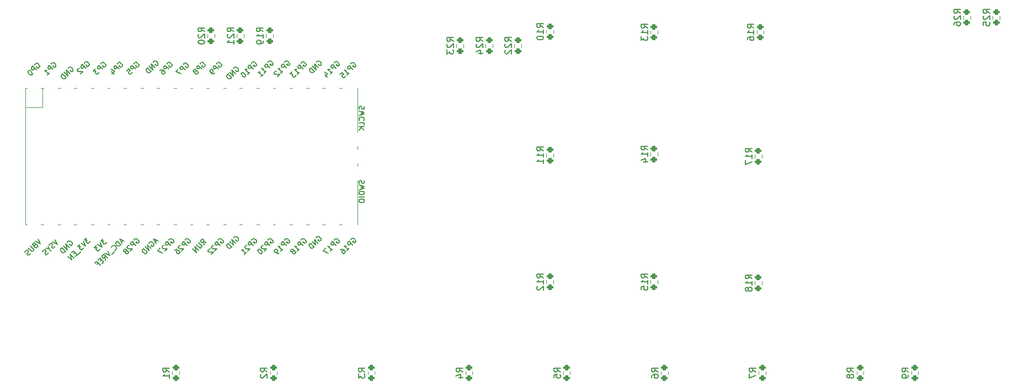
<source format=gbo>
G04 #@! TF.GenerationSoftware,KiCad,Pcbnew,8.0.2*
G04 #@! TF.CreationDate,2024-05-04T10:06:42+05:30*
G04 #@! TF.ProjectId,macroglider,6d616372-6f67-46c6-9964-65722e6b6963,V1*
G04 #@! TF.SameCoordinates,Original*
G04 #@! TF.FileFunction,Legend,Bot*
G04 #@! TF.FilePolarity,Positive*
%FSLAX46Y46*%
G04 Gerber Fmt 4.6, Leading zero omitted, Abs format (unit mm)*
G04 Created by KiCad (PCBNEW 8.0.2) date 2024-05-04 10:06:42*
%MOMM*%
%LPD*%
G01*
G04 APERTURE LIST*
G04 Aperture macros list*
%AMRoundRect*
0 Rectangle with rounded corners*
0 $1 Rounding radius*
0 $2 $3 $4 $5 $6 $7 $8 $9 X,Y pos of 4 corners*
0 Add a 4 corners polygon primitive as box body*
4,1,4,$2,$3,$4,$5,$6,$7,$8,$9,$2,$3,0*
0 Add four circle primitives for the rounded corners*
1,1,$1+$1,$2,$3*
1,1,$1+$1,$4,$5*
1,1,$1+$1,$6,$7*
1,1,$1+$1,$8,$9*
0 Add four rect primitives between the rounded corners*
20,1,$1+$1,$2,$3,$4,$5,0*
20,1,$1+$1,$4,$5,$6,$7,0*
20,1,$1+$1,$6,$7,$8,$9,0*
20,1,$1+$1,$8,$9,$2,$3,0*%
G04 Aperture macros list end*
%ADD10C,0.150000*%
%ADD11C,0.120000*%
%ADD12R,1.700000X3.500000*%
%ADD13R,3.500000X1.700000*%
%ADD14C,1.600000*%
%ADD15C,2.700000*%
%ADD16RoundRect,0.200000X0.275000X-0.200000X0.275000X0.200000X-0.275000X0.200000X-0.275000X-0.200000X0*%
G04 APERTURE END LIST*
D10*
X120148431Y-95396435D02*
X120175368Y-95315623D01*
X120175368Y-95315623D02*
X120256180Y-95234811D01*
X120256180Y-95234811D02*
X120363930Y-95180936D01*
X120363930Y-95180936D02*
X120471680Y-95180936D01*
X120471680Y-95180936D02*
X120552492Y-95207873D01*
X120552492Y-95207873D02*
X120687179Y-95288685D01*
X120687179Y-95288685D02*
X120767991Y-95369498D01*
X120767991Y-95369498D02*
X120848803Y-95504185D01*
X120848803Y-95504185D02*
X120875741Y-95584997D01*
X120875741Y-95584997D02*
X120875741Y-95692746D01*
X120875741Y-95692746D02*
X120821866Y-95800496D01*
X120821866Y-95800496D02*
X120767991Y-95854371D01*
X120767991Y-95854371D02*
X120660241Y-95908246D01*
X120660241Y-95908246D02*
X120606367Y-95908246D01*
X120606367Y-95908246D02*
X120417805Y-95719684D01*
X120417805Y-95719684D02*
X120525554Y-95611934D01*
X120417805Y-96204557D02*
X119852119Y-95638872D01*
X119852119Y-95638872D02*
X120094556Y-96527806D01*
X120094556Y-96527806D02*
X119528871Y-95962120D01*
X119825182Y-96797180D02*
X119259497Y-96231494D01*
X119259497Y-96231494D02*
X119124810Y-96366181D01*
X119124810Y-96366181D02*
X119070935Y-96473931D01*
X119070935Y-96473931D02*
X119070935Y-96581680D01*
X119070935Y-96581680D02*
X119097872Y-96662493D01*
X119097872Y-96662493D02*
X119178685Y-96797180D01*
X119178685Y-96797180D02*
X119259497Y-96877992D01*
X119259497Y-96877992D02*
X119394184Y-96958804D01*
X119394184Y-96958804D02*
X119474996Y-96985741D01*
X119474996Y-96985741D02*
X119582746Y-96985741D01*
X119582746Y-96985741D02*
X119690495Y-96931867D01*
X119690495Y-96931867D02*
X119825182Y-96797180D01*
X95148431Y-68396435D02*
X95175368Y-68315623D01*
X95175368Y-68315623D02*
X95256180Y-68234811D01*
X95256180Y-68234811D02*
X95363930Y-68180936D01*
X95363930Y-68180936D02*
X95471680Y-68180936D01*
X95471680Y-68180936D02*
X95552492Y-68207873D01*
X95552492Y-68207873D02*
X95687179Y-68288685D01*
X95687179Y-68288685D02*
X95767991Y-68369498D01*
X95767991Y-68369498D02*
X95848803Y-68504185D01*
X95848803Y-68504185D02*
X95875741Y-68584997D01*
X95875741Y-68584997D02*
X95875741Y-68692746D01*
X95875741Y-68692746D02*
X95821866Y-68800496D01*
X95821866Y-68800496D02*
X95767991Y-68854371D01*
X95767991Y-68854371D02*
X95660241Y-68908246D01*
X95660241Y-68908246D02*
X95606367Y-68908246D01*
X95606367Y-68908246D02*
X95417805Y-68719684D01*
X95417805Y-68719684D02*
X95525554Y-68611934D01*
X95417805Y-69204557D02*
X94852119Y-68638872D01*
X94852119Y-68638872D02*
X95094556Y-69527806D01*
X95094556Y-69527806D02*
X94528871Y-68962120D01*
X94825182Y-69797180D02*
X94259497Y-69231494D01*
X94259497Y-69231494D02*
X94124810Y-69366181D01*
X94124810Y-69366181D02*
X94070935Y-69473931D01*
X94070935Y-69473931D02*
X94070935Y-69581680D01*
X94070935Y-69581680D02*
X94097872Y-69662493D01*
X94097872Y-69662493D02*
X94178685Y-69797180D01*
X94178685Y-69797180D02*
X94259497Y-69877992D01*
X94259497Y-69877992D02*
X94394184Y-69958804D01*
X94394184Y-69958804D02*
X94474996Y-69985741D01*
X94474996Y-69985741D02*
X94582746Y-69985741D01*
X94582746Y-69985741D02*
X94690495Y-69931867D01*
X94690495Y-69931867D02*
X94825182Y-69797180D01*
X102913710Y-96478651D02*
X102832898Y-96020716D01*
X103236959Y-96155403D02*
X102671274Y-95589717D01*
X102671274Y-95589717D02*
X102455775Y-95805216D01*
X102455775Y-95805216D02*
X102428837Y-95886029D01*
X102428837Y-95886029D02*
X102428837Y-95939903D01*
X102428837Y-95939903D02*
X102455775Y-96020716D01*
X102455775Y-96020716D02*
X102536587Y-96101528D01*
X102536587Y-96101528D02*
X102617399Y-96128465D01*
X102617399Y-96128465D02*
X102671274Y-96128465D01*
X102671274Y-96128465D02*
X102752086Y-96101528D01*
X102752086Y-96101528D02*
X102967585Y-95886029D01*
X102105588Y-96155403D02*
X102563524Y-96613338D01*
X102563524Y-96613338D02*
X102590462Y-96694151D01*
X102590462Y-96694151D02*
X102590462Y-96748025D01*
X102590462Y-96748025D02*
X102563524Y-96828838D01*
X102563524Y-96828838D02*
X102455775Y-96936587D01*
X102455775Y-96936587D02*
X102374962Y-96963525D01*
X102374962Y-96963525D02*
X102321088Y-96963525D01*
X102321088Y-96963525D02*
X102240275Y-96936587D01*
X102240275Y-96936587D02*
X101782340Y-96478651D01*
X102078651Y-97313711D02*
X101512966Y-96748025D01*
X101512966Y-96748025D02*
X101755402Y-97636959D01*
X101755402Y-97636959D02*
X101189717Y-97071274D01*
X104901494Y-68621372D02*
X104928431Y-68540560D01*
X104928431Y-68540560D02*
X105009243Y-68459748D01*
X105009243Y-68459748D02*
X105116993Y-68405873D01*
X105116993Y-68405873D02*
X105224742Y-68405873D01*
X105224742Y-68405873D02*
X105305555Y-68432810D01*
X105305555Y-68432810D02*
X105440242Y-68513623D01*
X105440242Y-68513623D02*
X105521054Y-68594435D01*
X105521054Y-68594435D02*
X105601866Y-68729122D01*
X105601866Y-68729122D02*
X105628803Y-68809934D01*
X105628803Y-68809934D02*
X105628803Y-68917684D01*
X105628803Y-68917684D02*
X105574929Y-69025433D01*
X105574929Y-69025433D02*
X105521054Y-69079308D01*
X105521054Y-69079308D02*
X105413304Y-69133183D01*
X105413304Y-69133183D02*
X105359429Y-69133183D01*
X105359429Y-69133183D02*
X105170868Y-68944621D01*
X105170868Y-68944621D02*
X105278617Y-68836871D01*
X105170868Y-69429494D02*
X104605182Y-68863809D01*
X104605182Y-68863809D02*
X104389683Y-69079308D01*
X104389683Y-69079308D02*
X104362746Y-69160120D01*
X104362746Y-69160120D02*
X104362746Y-69213995D01*
X104362746Y-69213995D02*
X104389683Y-69294807D01*
X104389683Y-69294807D02*
X104470495Y-69375619D01*
X104470495Y-69375619D02*
X104551307Y-69402557D01*
X104551307Y-69402557D02*
X104605182Y-69402557D01*
X104605182Y-69402557D02*
X104685994Y-69375619D01*
X104685994Y-69375619D02*
X104901494Y-69160120D01*
X104578245Y-70022117D02*
X104470495Y-70129867D01*
X104470495Y-70129867D02*
X104389683Y-70156804D01*
X104389683Y-70156804D02*
X104335808Y-70156804D01*
X104335808Y-70156804D02*
X104201121Y-70129867D01*
X104201121Y-70129867D02*
X104066434Y-70049054D01*
X104066434Y-70049054D02*
X103850935Y-69833555D01*
X103850935Y-69833555D02*
X103823998Y-69752743D01*
X103823998Y-69752743D02*
X103823998Y-69698868D01*
X103823998Y-69698868D02*
X103850935Y-69618056D01*
X103850935Y-69618056D02*
X103958685Y-69510306D01*
X103958685Y-69510306D02*
X104039497Y-69483369D01*
X104039497Y-69483369D02*
X104093372Y-69483369D01*
X104093372Y-69483369D02*
X104174184Y-69510306D01*
X104174184Y-69510306D02*
X104308871Y-69644993D01*
X104308871Y-69644993D02*
X104335808Y-69725806D01*
X104335808Y-69725806D02*
X104335808Y-69779680D01*
X104335808Y-69779680D02*
X104308871Y-69860493D01*
X104308871Y-69860493D02*
X104201121Y-69968242D01*
X104201121Y-69968242D02*
X104120309Y-69995180D01*
X104120309Y-69995180D02*
X104066434Y-69995180D01*
X104066434Y-69995180D02*
X103985622Y-69968242D01*
X99791494Y-68721372D02*
X99818431Y-68640560D01*
X99818431Y-68640560D02*
X99899243Y-68559748D01*
X99899243Y-68559748D02*
X100006993Y-68505873D01*
X100006993Y-68505873D02*
X100114742Y-68505873D01*
X100114742Y-68505873D02*
X100195555Y-68532810D01*
X100195555Y-68532810D02*
X100330242Y-68613623D01*
X100330242Y-68613623D02*
X100411054Y-68694435D01*
X100411054Y-68694435D02*
X100491866Y-68829122D01*
X100491866Y-68829122D02*
X100518803Y-68909934D01*
X100518803Y-68909934D02*
X100518803Y-69017684D01*
X100518803Y-69017684D02*
X100464929Y-69125433D01*
X100464929Y-69125433D02*
X100411054Y-69179308D01*
X100411054Y-69179308D02*
X100303304Y-69233183D01*
X100303304Y-69233183D02*
X100249429Y-69233183D01*
X100249429Y-69233183D02*
X100060868Y-69044621D01*
X100060868Y-69044621D02*
X100168617Y-68936871D01*
X100060868Y-69529494D02*
X99495182Y-68963809D01*
X99495182Y-68963809D02*
X99279683Y-69179308D01*
X99279683Y-69179308D02*
X99252746Y-69260120D01*
X99252746Y-69260120D02*
X99252746Y-69313995D01*
X99252746Y-69313995D02*
X99279683Y-69394807D01*
X99279683Y-69394807D02*
X99360495Y-69475619D01*
X99360495Y-69475619D02*
X99441307Y-69502557D01*
X99441307Y-69502557D02*
X99495182Y-69502557D01*
X99495182Y-69502557D02*
X99575994Y-69475619D01*
X99575994Y-69475619D02*
X99791494Y-69260120D01*
X98983372Y-69475619D02*
X98606248Y-69852743D01*
X98606248Y-69852743D02*
X99414370Y-70175992D01*
X112790868Y-95737998D02*
X112817805Y-95657185D01*
X112817805Y-95657185D02*
X112898618Y-95576373D01*
X112898618Y-95576373D02*
X113006367Y-95522498D01*
X113006367Y-95522498D02*
X113114117Y-95522498D01*
X113114117Y-95522498D02*
X113194929Y-95549436D01*
X113194929Y-95549436D02*
X113329616Y-95630248D01*
X113329616Y-95630248D02*
X113410428Y-95711060D01*
X113410428Y-95711060D02*
X113491241Y-95845747D01*
X113491241Y-95845747D02*
X113518178Y-95926560D01*
X113518178Y-95926560D02*
X113518178Y-96034309D01*
X113518178Y-96034309D02*
X113464303Y-96142059D01*
X113464303Y-96142059D02*
X113410428Y-96195934D01*
X113410428Y-96195934D02*
X113302679Y-96249808D01*
X113302679Y-96249808D02*
X113248804Y-96249808D01*
X113248804Y-96249808D02*
X113060242Y-96061247D01*
X113060242Y-96061247D02*
X113167992Y-95953497D01*
X113060242Y-96546120D02*
X112494557Y-95980434D01*
X112494557Y-95980434D02*
X112279057Y-96195934D01*
X112279057Y-96195934D02*
X112252120Y-96276746D01*
X112252120Y-96276746D02*
X112252120Y-96330621D01*
X112252120Y-96330621D02*
X112279057Y-96411433D01*
X112279057Y-96411433D02*
X112359870Y-96492245D01*
X112359870Y-96492245D02*
X112440682Y-96519182D01*
X112440682Y-96519182D02*
X112494557Y-96519182D01*
X112494557Y-96519182D02*
X112575369Y-96492245D01*
X112575369Y-96492245D02*
X112790868Y-96276746D01*
X112009683Y-96573057D02*
X111955809Y-96573057D01*
X111955809Y-96573057D02*
X111874996Y-96599995D01*
X111874996Y-96599995D02*
X111740309Y-96734682D01*
X111740309Y-96734682D02*
X111713372Y-96815494D01*
X111713372Y-96815494D02*
X111713372Y-96869369D01*
X111713372Y-96869369D02*
X111740309Y-96950181D01*
X111740309Y-96950181D02*
X111794184Y-97004056D01*
X111794184Y-97004056D02*
X111901934Y-97057930D01*
X111901934Y-97057930D02*
X112548431Y-97057930D01*
X112548431Y-97057930D02*
X112198245Y-97408117D01*
X111282373Y-97192618D02*
X111228499Y-97246492D01*
X111228499Y-97246492D02*
X111201561Y-97327305D01*
X111201561Y-97327305D02*
X111201561Y-97381179D01*
X111201561Y-97381179D02*
X111228499Y-97461992D01*
X111228499Y-97461992D02*
X111309311Y-97596679D01*
X111309311Y-97596679D02*
X111443998Y-97731366D01*
X111443998Y-97731366D02*
X111578685Y-97812178D01*
X111578685Y-97812178D02*
X111659497Y-97839115D01*
X111659497Y-97839115D02*
X111713372Y-97839115D01*
X111713372Y-97839115D02*
X111794184Y-97812178D01*
X111794184Y-97812178D02*
X111848059Y-97758303D01*
X111848059Y-97758303D02*
X111874996Y-97677491D01*
X111874996Y-97677491D02*
X111874996Y-97623616D01*
X111874996Y-97623616D02*
X111848059Y-97542804D01*
X111848059Y-97542804D02*
X111767247Y-97408117D01*
X111767247Y-97408117D02*
X111632560Y-97273430D01*
X111632560Y-97273430D02*
X111497873Y-97192618D01*
X111497873Y-97192618D02*
X111417060Y-97165680D01*
X111417060Y-97165680D02*
X111363186Y-97165680D01*
X111363186Y-97165680D02*
X111282373Y-97192618D01*
X115330868Y-95737998D02*
X115357805Y-95657185D01*
X115357805Y-95657185D02*
X115438618Y-95576373D01*
X115438618Y-95576373D02*
X115546367Y-95522498D01*
X115546367Y-95522498D02*
X115654117Y-95522498D01*
X115654117Y-95522498D02*
X115734929Y-95549436D01*
X115734929Y-95549436D02*
X115869616Y-95630248D01*
X115869616Y-95630248D02*
X115950428Y-95711060D01*
X115950428Y-95711060D02*
X116031241Y-95845747D01*
X116031241Y-95845747D02*
X116058178Y-95926560D01*
X116058178Y-95926560D02*
X116058178Y-96034309D01*
X116058178Y-96034309D02*
X116004303Y-96142059D01*
X116004303Y-96142059D02*
X115950428Y-96195934D01*
X115950428Y-96195934D02*
X115842679Y-96249808D01*
X115842679Y-96249808D02*
X115788804Y-96249808D01*
X115788804Y-96249808D02*
X115600242Y-96061247D01*
X115600242Y-96061247D02*
X115707992Y-95953497D01*
X115600242Y-96546120D02*
X115034557Y-95980434D01*
X115034557Y-95980434D02*
X114819057Y-96195934D01*
X114819057Y-96195934D02*
X114792120Y-96276746D01*
X114792120Y-96276746D02*
X114792120Y-96330621D01*
X114792120Y-96330621D02*
X114819057Y-96411433D01*
X114819057Y-96411433D02*
X114899870Y-96492245D01*
X114899870Y-96492245D02*
X114980682Y-96519182D01*
X114980682Y-96519182D02*
X115034557Y-96519182D01*
X115034557Y-96519182D02*
X115115369Y-96492245D01*
X115115369Y-96492245D02*
X115330868Y-96276746D01*
X114738245Y-97408117D02*
X115061494Y-97084868D01*
X114899870Y-97246492D02*
X114334184Y-96680807D01*
X114334184Y-96680807D02*
X114468871Y-96707744D01*
X114468871Y-96707744D02*
X114576621Y-96707744D01*
X114576621Y-96707744D02*
X114657433Y-96680807D01*
X114468871Y-97677491D02*
X114361121Y-97785240D01*
X114361121Y-97785240D02*
X114280309Y-97812178D01*
X114280309Y-97812178D02*
X114226434Y-97812178D01*
X114226434Y-97812178D02*
X114091747Y-97785240D01*
X114091747Y-97785240D02*
X113957060Y-97704428D01*
X113957060Y-97704428D02*
X113741561Y-97488929D01*
X113741561Y-97488929D02*
X113714624Y-97408117D01*
X113714624Y-97408117D02*
X113714624Y-97354242D01*
X113714624Y-97354242D02*
X113741561Y-97273430D01*
X113741561Y-97273430D02*
X113849311Y-97165680D01*
X113849311Y-97165680D02*
X113930123Y-97138743D01*
X113930123Y-97138743D02*
X113983998Y-97138743D01*
X113983998Y-97138743D02*
X114064810Y-97165680D01*
X114064810Y-97165680D02*
X114199497Y-97300367D01*
X114199497Y-97300367D02*
X114226434Y-97381179D01*
X114226434Y-97381179D02*
X114226434Y-97435054D01*
X114226434Y-97435054D02*
X114199497Y-97515866D01*
X114199497Y-97515866D02*
X114091747Y-97623616D01*
X114091747Y-97623616D02*
X114010935Y-97650553D01*
X114010935Y-97650553D02*
X113957060Y-97650553D01*
X113957060Y-97650553D02*
X113876248Y-97623616D01*
X77440585Y-95547406D02*
X77817709Y-96301653D01*
X77817709Y-96301653D02*
X77063462Y-95924529D01*
X76955712Y-96571027D02*
X76901838Y-96678776D01*
X76901838Y-96678776D02*
X76901838Y-96732651D01*
X76901838Y-96732651D02*
X76928775Y-96813463D01*
X76928775Y-96813463D02*
X77009587Y-96894276D01*
X77009587Y-96894276D02*
X77090399Y-96921213D01*
X77090399Y-96921213D02*
X77144274Y-96921213D01*
X77144274Y-96921213D02*
X77225086Y-96894276D01*
X77225086Y-96894276D02*
X77440586Y-96678776D01*
X77440586Y-96678776D02*
X76874900Y-96113091D01*
X76874900Y-96113091D02*
X76686338Y-96301653D01*
X76686338Y-96301653D02*
X76659401Y-96382465D01*
X76659401Y-96382465D02*
X76659401Y-96436340D01*
X76659401Y-96436340D02*
X76686338Y-96517152D01*
X76686338Y-96517152D02*
X76740213Y-96571027D01*
X76740213Y-96571027D02*
X76821025Y-96597964D01*
X76821025Y-96597964D02*
X76874900Y-96597964D01*
X76874900Y-96597964D02*
X76955712Y-96571027D01*
X76955712Y-96571027D02*
X77144274Y-96382465D01*
X76309215Y-96678776D02*
X76767151Y-97136712D01*
X76767151Y-97136712D02*
X76794088Y-97217524D01*
X76794088Y-97217524D02*
X76794088Y-97271399D01*
X76794088Y-97271399D02*
X76767151Y-97352211D01*
X76767151Y-97352211D02*
X76659401Y-97459961D01*
X76659401Y-97459961D02*
X76578589Y-97486898D01*
X76578589Y-97486898D02*
X76524714Y-97486898D01*
X76524714Y-97486898D02*
X76443902Y-97459961D01*
X76443902Y-97459961D02*
X75985966Y-97002025D01*
X76282277Y-97783210D02*
X76228403Y-97890959D01*
X76228403Y-97890959D02*
X76093716Y-98025646D01*
X76093716Y-98025646D02*
X76012903Y-98052584D01*
X76012903Y-98052584D02*
X75959029Y-98052584D01*
X75959029Y-98052584D02*
X75878216Y-98025646D01*
X75878216Y-98025646D02*
X75824342Y-97971771D01*
X75824342Y-97971771D02*
X75797404Y-97890959D01*
X75797404Y-97890959D02*
X75797404Y-97837084D01*
X75797404Y-97837084D02*
X75824342Y-97756272D01*
X75824342Y-97756272D02*
X75905154Y-97621585D01*
X75905154Y-97621585D02*
X75932091Y-97540773D01*
X75932091Y-97540773D02*
X75932091Y-97486898D01*
X75932091Y-97486898D02*
X75905154Y-97406086D01*
X75905154Y-97406086D02*
X75851279Y-97352211D01*
X75851279Y-97352211D02*
X75770467Y-97325274D01*
X75770467Y-97325274D02*
X75716592Y-97325274D01*
X75716592Y-97325274D02*
X75635780Y-97352211D01*
X75635780Y-97352211D02*
X75501093Y-97486898D01*
X75501093Y-97486898D02*
X75447218Y-97594648D01*
X117870868Y-95737998D02*
X117897805Y-95657185D01*
X117897805Y-95657185D02*
X117978618Y-95576373D01*
X117978618Y-95576373D02*
X118086367Y-95522498D01*
X118086367Y-95522498D02*
X118194117Y-95522498D01*
X118194117Y-95522498D02*
X118274929Y-95549436D01*
X118274929Y-95549436D02*
X118409616Y-95630248D01*
X118409616Y-95630248D02*
X118490428Y-95711060D01*
X118490428Y-95711060D02*
X118571241Y-95845747D01*
X118571241Y-95845747D02*
X118598178Y-95926560D01*
X118598178Y-95926560D02*
X118598178Y-96034309D01*
X118598178Y-96034309D02*
X118544303Y-96142059D01*
X118544303Y-96142059D02*
X118490428Y-96195934D01*
X118490428Y-96195934D02*
X118382679Y-96249808D01*
X118382679Y-96249808D02*
X118328804Y-96249808D01*
X118328804Y-96249808D02*
X118140242Y-96061247D01*
X118140242Y-96061247D02*
X118247992Y-95953497D01*
X118140242Y-96546120D02*
X117574557Y-95980434D01*
X117574557Y-95980434D02*
X117359057Y-96195934D01*
X117359057Y-96195934D02*
X117332120Y-96276746D01*
X117332120Y-96276746D02*
X117332120Y-96330621D01*
X117332120Y-96330621D02*
X117359057Y-96411433D01*
X117359057Y-96411433D02*
X117439870Y-96492245D01*
X117439870Y-96492245D02*
X117520682Y-96519182D01*
X117520682Y-96519182D02*
X117574557Y-96519182D01*
X117574557Y-96519182D02*
X117655369Y-96492245D01*
X117655369Y-96492245D02*
X117870868Y-96276746D01*
X117278245Y-97408117D02*
X117601494Y-97084868D01*
X117439870Y-97246492D02*
X116874184Y-96680807D01*
X116874184Y-96680807D02*
X117008871Y-96707744D01*
X117008871Y-96707744D02*
X117116621Y-96707744D01*
X117116621Y-96707744D02*
X117197433Y-96680807D01*
X116631747Y-97408117D02*
X116658685Y-97327305D01*
X116658685Y-97327305D02*
X116658685Y-97273430D01*
X116658685Y-97273430D02*
X116631747Y-97192618D01*
X116631747Y-97192618D02*
X116604810Y-97165680D01*
X116604810Y-97165680D02*
X116523998Y-97138743D01*
X116523998Y-97138743D02*
X116470123Y-97138743D01*
X116470123Y-97138743D02*
X116389311Y-97165680D01*
X116389311Y-97165680D02*
X116281561Y-97273430D01*
X116281561Y-97273430D02*
X116254624Y-97354242D01*
X116254624Y-97354242D02*
X116254624Y-97408117D01*
X116254624Y-97408117D02*
X116281561Y-97488929D01*
X116281561Y-97488929D02*
X116308499Y-97515866D01*
X116308499Y-97515866D02*
X116389311Y-97542804D01*
X116389311Y-97542804D02*
X116443186Y-97542804D01*
X116443186Y-97542804D02*
X116523998Y-97515866D01*
X116523998Y-97515866D02*
X116631747Y-97408117D01*
X116631747Y-97408117D02*
X116712560Y-97381179D01*
X116712560Y-97381179D02*
X116766434Y-97381179D01*
X116766434Y-97381179D02*
X116847247Y-97408117D01*
X116847247Y-97408117D02*
X116954996Y-97515866D01*
X116954996Y-97515866D02*
X116981934Y-97596679D01*
X116981934Y-97596679D02*
X116981934Y-97650553D01*
X116981934Y-97650553D02*
X116954996Y-97731366D01*
X116954996Y-97731366D02*
X116847247Y-97839115D01*
X116847247Y-97839115D02*
X116766434Y-97866053D01*
X116766434Y-97866053D02*
X116712560Y-97866053D01*
X116712560Y-97866053D02*
X116631747Y-97839115D01*
X116631747Y-97839115D02*
X116523998Y-97731366D01*
X116523998Y-97731366D02*
X116497060Y-97650553D01*
X116497060Y-97650553D02*
X116497060Y-97596679D01*
X116497060Y-97596679D02*
X116523998Y-97515866D01*
X125490868Y-68659998D02*
X125517805Y-68579185D01*
X125517805Y-68579185D02*
X125598618Y-68498373D01*
X125598618Y-68498373D02*
X125706367Y-68444498D01*
X125706367Y-68444498D02*
X125814117Y-68444498D01*
X125814117Y-68444498D02*
X125894929Y-68471436D01*
X125894929Y-68471436D02*
X126029616Y-68552248D01*
X126029616Y-68552248D02*
X126110428Y-68633060D01*
X126110428Y-68633060D02*
X126191241Y-68767747D01*
X126191241Y-68767747D02*
X126218178Y-68848560D01*
X126218178Y-68848560D02*
X126218178Y-68956309D01*
X126218178Y-68956309D02*
X126164303Y-69064059D01*
X126164303Y-69064059D02*
X126110428Y-69117934D01*
X126110428Y-69117934D02*
X126002679Y-69171808D01*
X126002679Y-69171808D02*
X125948804Y-69171808D01*
X125948804Y-69171808D02*
X125760242Y-68983247D01*
X125760242Y-68983247D02*
X125867992Y-68875497D01*
X125760242Y-69468120D02*
X125194557Y-68902434D01*
X125194557Y-68902434D02*
X124979057Y-69117934D01*
X124979057Y-69117934D02*
X124952120Y-69198746D01*
X124952120Y-69198746D02*
X124952120Y-69252621D01*
X124952120Y-69252621D02*
X124979057Y-69333433D01*
X124979057Y-69333433D02*
X125059870Y-69414245D01*
X125059870Y-69414245D02*
X125140682Y-69441182D01*
X125140682Y-69441182D02*
X125194557Y-69441182D01*
X125194557Y-69441182D02*
X125275369Y-69414245D01*
X125275369Y-69414245D02*
X125490868Y-69198746D01*
X124898245Y-70330117D02*
X125221494Y-70006868D01*
X125059870Y-70168492D02*
X124494184Y-69602807D01*
X124494184Y-69602807D02*
X124628871Y-69629744D01*
X124628871Y-69629744D02*
X124736621Y-69629744D01*
X124736621Y-69629744D02*
X124817433Y-69602807D01*
X123820749Y-70276242D02*
X124090123Y-70006868D01*
X124090123Y-70006868D02*
X124386434Y-70249305D01*
X124386434Y-70249305D02*
X124332560Y-70249305D01*
X124332560Y-70249305D02*
X124251747Y-70276242D01*
X124251747Y-70276242D02*
X124117060Y-70410929D01*
X124117060Y-70410929D02*
X124090123Y-70491741D01*
X124090123Y-70491741D02*
X124090123Y-70545616D01*
X124090123Y-70545616D02*
X124117060Y-70626428D01*
X124117060Y-70626428D02*
X124251747Y-70761115D01*
X124251747Y-70761115D02*
X124332560Y-70788053D01*
X124332560Y-70788053D02*
X124386434Y-70788053D01*
X124386434Y-70788053D02*
X124467247Y-70761115D01*
X124467247Y-70761115D02*
X124601934Y-70626428D01*
X124601934Y-70626428D02*
X124628871Y-70545616D01*
X124628871Y-70545616D02*
X124628871Y-70491741D01*
X115330868Y-68405998D02*
X115357805Y-68325185D01*
X115357805Y-68325185D02*
X115438618Y-68244373D01*
X115438618Y-68244373D02*
X115546367Y-68190498D01*
X115546367Y-68190498D02*
X115654117Y-68190498D01*
X115654117Y-68190498D02*
X115734929Y-68217436D01*
X115734929Y-68217436D02*
X115869616Y-68298248D01*
X115869616Y-68298248D02*
X115950428Y-68379060D01*
X115950428Y-68379060D02*
X116031241Y-68513747D01*
X116031241Y-68513747D02*
X116058178Y-68594560D01*
X116058178Y-68594560D02*
X116058178Y-68702309D01*
X116058178Y-68702309D02*
X116004303Y-68810059D01*
X116004303Y-68810059D02*
X115950428Y-68863934D01*
X115950428Y-68863934D02*
X115842679Y-68917808D01*
X115842679Y-68917808D02*
X115788804Y-68917808D01*
X115788804Y-68917808D02*
X115600242Y-68729247D01*
X115600242Y-68729247D02*
X115707992Y-68621497D01*
X115600242Y-69214120D02*
X115034557Y-68648434D01*
X115034557Y-68648434D02*
X114819057Y-68863934D01*
X114819057Y-68863934D02*
X114792120Y-68944746D01*
X114792120Y-68944746D02*
X114792120Y-68998621D01*
X114792120Y-68998621D02*
X114819057Y-69079433D01*
X114819057Y-69079433D02*
X114899870Y-69160245D01*
X114899870Y-69160245D02*
X114980682Y-69187182D01*
X114980682Y-69187182D02*
X115034557Y-69187182D01*
X115034557Y-69187182D02*
X115115369Y-69160245D01*
X115115369Y-69160245D02*
X115330868Y-68944746D01*
X114738245Y-70076117D02*
X115061494Y-69752868D01*
X114899870Y-69914492D02*
X114334184Y-69348807D01*
X114334184Y-69348807D02*
X114468871Y-69375744D01*
X114468871Y-69375744D02*
X114576621Y-69375744D01*
X114576621Y-69375744D02*
X114657433Y-69348807D01*
X114010935Y-69779805D02*
X113957060Y-69779805D01*
X113957060Y-69779805D02*
X113876248Y-69806743D01*
X113876248Y-69806743D02*
X113741561Y-69941430D01*
X113741561Y-69941430D02*
X113714624Y-70022242D01*
X113714624Y-70022242D02*
X113714624Y-70076117D01*
X113714624Y-70076117D02*
X113741561Y-70156929D01*
X113741561Y-70156929D02*
X113795436Y-70210804D01*
X113795436Y-70210804D02*
X113903186Y-70264679D01*
X113903186Y-70264679D02*
X114549683Y-70264679D01*
X114549683Y-70264679D02*
X114199497Y-70614865D01*
X92216868Y-95737998D02*
X92243805Y-95657185D01*
X92243805Y-95657185D02*
X92324618Y-95576373D01*
X92324618Y-95576373D02*
X92432367Y-95522498D01*
X92432367Y-95522498D02*
X92540117Y-95522498D01*
X92540117Y-95522498D02*
X92620929Y-95549436D01*
X92620929Y-95549436D02*
X92755616Y-95630248D01*
X92755616Y-95630248D02*
X92836428Y-95711060D01*
X92836428Y-95711060D02*
X92917241Y-95845747D01*
X92917241Y-95845747D02*
X92944178Y-95926560D01*
X92944178Y-95926560D02*
X92944178Y-96034309D01*
X92944178Y-96034309D02*
X92890303Y-96142059D01*
X92890303Y-96142059D02*
X92836428Y-96195934D01*
X92836428Y-96195934D02*
X92728679Y-96249808D01*
X92728679Y-96249808D02*
X92674804Y-96249808D01*
X92674804Y-96249808D02*
X92486242Y-96061247D01*
X92486242Y-96061247D02*
X92593992Y-95953497D01*
X92486242Y-96546120D02*
X91920557Y-95980434D01*
X91920557Y-95980434D02*
X91705057Y-96195934D01*
X91705057Y-96195934D02*
X91678120Y-96276746D01*
X91678120Y-96276746D02*
X91678120Y-96330621D01*
X91678120Y-96330621D02*
X91705057Y-96411433D01*
X91705057Y-96411433D02*
X91785870Y-96492245D01*
X91785870Y-96492245D02*
X91866682Y-96519182D01*
X91866682Y-96519182D02*
X91920557Y-96519182D01*
X91920557Y-96519182D02*
X92001369Y-96492245D01*
X92001369Y-96492245D02*
X92216868Y-96276746D01*
X91435683Y-96573057D02*
X91381809Y-96573057D01*
X91381809Y-96573057D02*
X91300996Y-96599995D01*
X91300996Y-96599995D02*
X91166309Y-96734682D01*
X91166309Y-96734682D02*
X91139372Y-96815494D01*
X91139372Y-96815494D02*
X91139372Y-96869369D01*
X91139372Y-96869369D02*
X91166309Y-96950181D01*
X91166309Y-96950181D02*
X91220184Y-97004056D01*
X91220184Y-97004056D02*
X91327934Y-97057930D01*
X91327934Y-97057930D02*
X91974431Y-97057930D01*
X91974431Y-97057930D02*
X91624245Y-97408117D01*
X90977747Y-97408117D02*
X91004685Y-97327305D01*
X91004685Y-97327305D02*
X91004685Y-97273430D01*
X91004685Y-97273430D02*
X90977747Y-97192618D01*
X90977747Y-97192618D02*
X90950810Y-97165680D01*
X90950810Y-97165680D02*
X90869998Y-97138743D01*
X90869998Y-97138743D02*
X90816123Y-97138743D01*
X90816123Y-97138743D02*
X90735311Y-97165680D01*
X90735311Y-97165680D02*
X90627561Y-97273430D01*
X90627561Y-97273430D02*
X90600624Y-97354242D01*
X90600624Y-97354242D02*
X90600624Y-97408117D01*
X90600624Y-97408117D02*
X90627561Y-97488929D01*
X90627561Y-97488929D02*
X90654499Y-97515866D01*
X90654499Y-97515866D02*
X90735311Y-97542804D01*
X90735311Y-97542804D02*
X90789186Y-97542804D01*
X90789186Y-97542804D02*
X90869998Y-97515866D01*
X90869998Y-97515866D02*
X90977747Y-97408117D01*
X90977747Y-97408117D02*
X91058560Y-97381179D01*
X91058560Y-97381179D02*
X91112434Y-97381179D01*
X91112434Y-97381179D02*
X91193247Y-97408117D01*
X91193247Y-97408117D02*
X91300996Y-97515866D01*
X91300996Y-97515866D02*
X91327934Y-97596679D01*
X91327934Y-97596679D02*
X91327934Y-97650553D01*
X91327934Y-97650553D02*
X91300996Y-97731366D01*
X91300996Y-97731366D02*
X91193247Y-97839115D01*
X91193247Y-97839115D02*
X91112434Y-97866053D01*
X91112434Y-97866053D02*
X91058560Y-97866053D01*
X91058560Y-97866053D02*
X90977747Y-97839115D01*
X90977747Y-97839115D02*
X90869998Y-97731366D01*
X90869998Y-97731366D02*
X90843060Y-97650553D01*
X90843060Y-97650553D02*
X90843060Y-97596679D01*
X90843060Y-97596679D02*
X90869998Y-97515866D01*
X80040242Y-95614749D02*
X80417366Y-96368996D01*
X80417366Y-96368996D02*
X79663118Y-95991873D01*
X80040242Y-96692245D02*
X79986367Y-96799995D01*
X79986367Y-96799995D02*
X79851680Y-96934682D01*
X79851680Y-96934682D02*
X79770868Y-96961619D01*
X79770868Y-96961619D02*
X79716993Y-96961619D01*
X79716993Y-96961619D02*
X79636181Y-96934682D01*
X79636181Y-96934682D02*
X79582306Y-96880807D01*
X79582306Y-96880807D02*
X79555369Y-96799995D01*
X79555369Y-96799995D02*
X79555369Y-96746120D01*
X79555369Y-96746120D02*
X79582306Y-96665308D01*
X79582306Y-96665308D02*
X79663118Y-96530621D01*
X79663118Y-96530621D02*
X79690056Y-96449808D01*
X79690056Y-96449808D02*
X79690056Y-96395934D01*
X79690056Y-96395934D02*
X79663118Y-96315121D01*
X79663118Y-96315121D02*
X79609244Y-96261247D01*
X79609244Y-96261247D02*
X79528431Y-96234309D01*
X79528431Y-96234309D02*
X79474557Y-96234309D01*
X79474557Y-96234309D02*
X79393744Y-96261247D01*
X79393744Y-96261247D02*
X79259057Y-96395934D01*
X79259057Y-96395934D02*
X79205183Y-96503683D01*
X79124370Y-97123244D02*
X79393744Y-97392618D01*
X79016621Y-96638370D02*
X79124370Y-97123244D01*
X79124370Y-97123244D02*
X78639497Y-97015494D01*
X79016621Y-97715866D02*
X78962746Y-97823616D01*
X78962746Y-97823616D02*
X78828059Y-97958303D01*
X78828059Y-97958303D02*
X78747247Y-97985240D01*
X78747247Y-97985240D02*
X78693372Y-97985240D01*
X78693372Y-97985240D02*
X78612560Y-97958303D01*
X78612560Y-97958303D02*
X78558685Y-97904428D01*
X78558685Y-97904428D02*
X78531748Y-97823616D01*
X78531748Y-97823616D02*
X78531748Y-97769741D01*
X78531748Y-97769741D02*
X78558685Y-97688929D01*
X78558685Y-97688929D02*
X78639497Y-97554242D01*
X78639497Y-97554242D02*
X78666435Y-97473430D01*
X78666435Y-97473430D02*
X78666435Y-97419555D01*
X78666435Y-97419555D02*
X78639497Y-97338743D01*
X78639497Y-97338743D02*
X78585622Y-97284868D01*
X78585622Y-97284868D02*
X78504810Y-97257930D01*
X78504810Y-97257930D02*
X78450935Y-97257930D01*
X78450935Y-97257930D02*
X78370123Y-97284868D01*
X78370123Y-97284868D02*
X78235436Y-97419555D01*
X78235436Y-97419555D02*
X78181561Y-97527304D01*
X82098431Y-69346435D02*
X82125368Y-69265623D01*
X82125368Y-69265623D02*
X82206180Y-69184811D01*
X82206180Y-69184811D02*
X82313930Y-69130936D01*
X82313930Y-69130936D02*
X82421680Y-69130936D01*
X82421680Y-69130936D02*
X82502492Y-69157873D01*
X82502492Y-69157873D02*
X82637179Y-69238685D01*
X82637179Y-69238685D02*
X82717991Y-69319498D01*
X82717991Y-69319498D02*
X82798803Y-69454185D01*
X82798803Y-69454185D02*
X82825741Y-69534997D01*
X82825741Y-69534997D02*
X82825741Y-69642746D01*
X82825741Y-69642746D02*
X82771866Y-69750496D01*
X82771866Y-69750496D02*
X82717991Y-69804371D01*
X82717991Y-69804371D02*
X82610241Y-69858246D01*
X82610241Y-69858246D02*
X82556367Y-69858246D01*
X82556367Y-69858246D02*
X82367805Y-69669684D01*
X82367805Y-69669684D02*
X82475554Y-69561934D01*
X82367805Y-70154557D02*
X81802119Y-69588872D01*
X81802119Y-69588872D02*
X82044556Y-70477806D01*
X82044556Y-70477806D02*
X81478871Y-69912120D01*
X81775182Y-70747180D02*
X81209497Y-70181494D01*
X81209497Y-70181494D02*
X81074810Y-70316181D01*
X81074810Y-70316181D02*
X81020935Y-70423931D01*
X81020935Y-70423931D02*
X81020935Y-70531680D01*
X81020935Y-70531680D02*
X81047872Y-70612493D01*
X81047872Y-70612493D02*
X81128685Y-70747180D01*
X81128685Y-70747180D02*
X81209497Y-70827992D01*
X81209497Y-70827992D02*
X81344184Y-70908804D01*
X81344184Y-70908804D02*
X81424996Y-70935741D01*
X81424996Y-70935741D02*
X81532746Y-70935741D01*
X81532746Y-70935741D02*
X81640495Y-70881867D01*
X81640495Y-70881867D02*
X81775182Y-70747180D01*
X110250868Y-68551998D02*
X110277805Y-68471185D01*
X110277805Y-68471185D02*
X110358618Y-68390373D01*
X110358618Y-68390373D02*
X110466367Y-68336498D01*
X110466367Y-68336498D02*
X110574117Y-68336498D01*
X110574117Y-68336498D02*
X110654929Y-68363436D01*
X110654929Y-68363436D02*
X110789616Y-68444248D01*
X110789616Y-68444248D02*
X110870428Y-68525060D01*
X110870428Y-68525060D02*
X110951241Y-68659747D01*
X110951241Y-68659747D02*
X110978178Y-68740560D01*
X110978178Y-68740560D02*
X110978178Y-68848309D01*
X110978178Y-68848309D02*
X110924303Y-68956059D01*
X110924303Y-68956059D02*
X110870428Y-69009934D01*
X110870428Y-69009934D02*
X110762679Y-69063808D01*
X110762679Y-69063808D02*
X110708804Y-69063808D01*
X110708804Y-69063808D02*
X110520242Y-68875247D01*
X110520242Y-68875247D02*
X110627992Y-68767497D01*
X110520242Y-69360120D02*
X109954557Y-68794434D01*
X109954557Y-68794434D02*
X109739057Y-69009934D01*
X109739057Y-69009934D02*
X109712120Y-69090746D01*
X109712120Y-69090746D02*
X109712120Y-69144621D01*
X109712120Y-69144621D02*
X109739057Y-69225433D01*
X109739057Y-69225433D02*
X109819870Y-69306245D01*
X109819870Y-69306245D02*
X109900682Y-69333182D01*
X109900682Y-69333182D02*
X109954557Y-69333182D01*
X109954557Y-69333182D02*
X110035369Y-69306245D01*
X110035369Y-69306245D02*
X110250868Y-69090746D01*
X109658245Y-70222117D02*
X109981494Y-69898868D01*
X109819870Y-70060492D02*
X109254184Y-69494807D01*
X109254184Y-69494807D02*
X109388871Y-69521744D01*
X109388871Y-69521744D02*
X109496621Y-69521744D01*
X109496621Y-69521744D02*
X109577433Y-69494807D01*
X108742373Y-70006618D02*
X108688499Y-70060492D01*
X108688499Y-70060492D02*
X108661561Y-70141305D01*
X108661561Y-70141305D02*
X108661561Y-70195179D01*
X108661561Y-70195179D02*
X108688499Y-70275992D01*
X108688499Y-70275992D02*
X108769311Y-70410679D01*
X108769311Y-70410679D02*
X108903998Y-70545366D01*
X108903998Y-70545366D02*
X109038685Y-70626178D01*
X109038685Y-70626178D02*
X109119497Y-70653115D01*
X109119497Y-70653115D02*
X109173372Y-70653115D01*
X109173372Y-70653115D02*
X109254184Y-70626178D01*
X109254184Y-70626178D02*
X109308059Y-70572303D01*
X109308059Y-70572303D02*
X109334996Y-70491491D01*
X109334996Y-70491491D02*
X109334996Y-70437616D01*
X109334996Y-70437616D02*
X109308059Y-70356804D01*
X109308059Y-70356804D02*
X109227247Y-70222117D01*
X109227247Y-70222117D02*
X109092560Y-70087430D01*
X109092560Y-70087430D02*
X108957873Y-70006618D01*
X108957873Y-70006618D02*
X108877060Y-69979680D01*
X108877060Y-69979680D02*
X108823186Y-69979680D01*
X108823186Y-69979680D02*
X108742373Y-70006618D01*
X105170868Y-95737998D02*
X105197805Y-95657185D01*
X105197805Y-95657185D02*
X105278618Y-95576373D01*
X105278618Y-95576373D02*
X105386367Y-95522498D01*
X105386367Y-95522498D02*
X105494117Y-95522498D01*
X105494117Y-95522498D02*
X105574929Y-95549436D01*
X105574929Y-95549436D02*
X105709616Y-95630248D01*
X105709616Y-95630248D02*
X105790428Y-95711060D01*
X105790428Y-95711060D02*
X105871241Y-95845747D01*
X105871241Y-95845747D02*
X105898178Y-95926560D01*
X105898178Y-95926560D02*
X105898178Y-96034309D01*
X105898178Y-96034309D02*
X105844303Y-96142059D01*
X105844303Y-96142059D02*
X105790428Y-96195934D01*
X105790428Y-96195934D02*
X105682679Y-96249808D01*
X105682679Y-96249808D02*
X105628804Y-96249808D01*
X105628804Y-96249808D02*
X105440242Y-96061247D01*
X105440242Y-96061247D02*
X105547992Y-95953497D01*
X105440242Y-96546120D02*
X104874557Y-95980434D01*
X104874557Y-95980434D02*
X104659057Y-96195934D01*
X104659057Y-96195934D02*
X104632120Y-96276746D01*
X104632120Y-96276746D02*
X104632120Y-96330621D01*
X104632120Y-96330621D02*
X104659057Y-96411433D01*
X104659057Y-96411433D02*
X104739870Y-96492245D01*
X104739870Y-96492245D02*
X104820682Y-96519182D01*
X104820682Y-96519182D02*
X104874557Y-96519182D01*
X104874557Y-96519182D02*
X104955369Y-96492245D01*
X104955369Y-96492245D02*
X105170868Y-96276746D01*
X104389683Y-96573057D02*
X104335809Y-96573057D01*
X104335809Y-96573057D02*
X104254996Y-96599995D01*
X104254996Y-96599995D02*
X104120309Y-96734682D01*
X104120309Y-96734682D02*
X104093372Y-96815494D01*
X104093372Y-96815494D02*
X104093372Y-96869369D01*
X104093372Y-96869369D02*
X104120309Y-96950181D01*
X104120309Y-96950181D02*
X104174184Y-97004056D01*
X104174184Y-97004056D02*
X104281934Y-97057930D01*
X104281934Y-97057930D02*
X104928431Y-97057930D01*
X104928431Y-97057930D02*
X104578245Y-97408117D01*
X103850935Y-97111805D02*
X103797060Y-97111805D01*
X103797060Y-97111805D02*
X103716248Y-97138743D01*
X103716248Y-97138743D02*
X103581561Y-97273430D01*
X103581561Y-97273430D02*
X103554624Y-97354242D01*
X103554624Y-97354242D02*
X103554624Y-97408117D01*
X103554624Y-97408117D02*
X103581561Y-97488929D01*
X103581561Y-97488929D02*
X103635436Y-97542804D01*
X103635436Y-97542804D02*
X103743186Y-97596679D01*
X103743186Y-97596679D02*
X104389683Y-97596679D01*
X104389683Y-97596679D02*
X104039497Y-97946865D01*
X89661494Y-68621372D02*
X89688431Y-68540560D01*
X89688431Y-68540560D02*
X89769243Y-68459748D01*
X89769243Y-68459748D02*
X89876993Y-68405873D01*
X89876993Y-68405873D02*
X89984742Y-68405873D01*
X89984742Y-68405873D02*
X90065555Y-68432810D01*
X90065555Y-68432810D02*
X90200242Y-68513623D01*
X90200242Y-68513623D02*
X90281054Y-68594435D01*
X90281054Y-68594435D02*
X90361866Y-68729122D01*
X90361866Y-68729122D02*
X90388803Y-68809934D01*
X90388803Y-68809934D02*
X90388803Y-68917684D01*
X90388803Y-68917684D02*
X90334929Y-69025433D01*
X90334929Y-69025433D02*
X90281054Y-69079308D01*
X90281054Y-69079308D02*
X90173304Y-69133183D01*
X90173304Y-69133183D02*
X90119429Y-69133183D01*
X90119429Y-69133183D02*
X89930868Y-68944621D01*
X89930868Y-68944621D02*
X90038617Y-68836871D01*
X89930868Y-69429494D02*
X89365182Y-68863809D01*
X89365182Y-68863809D02*
X89149683Y-69079308D01*
X89149683Y-69079308D02*
X89122746Y-69160120D01*
X89122746Y-69160120D02*
X89122746Y-69213995D01*
X89122746Y-69213995D02*
X89149683Y-69294807D01*
X89149683Y-69294807D02*
X89230495Y-69375619D01*
X89230495Y-69375619D02*
X89311307Y-69402557D01*
X89311307Y-69402557D02*
X89365182Y-69402557D01*
X89365182Y-69402557D02*
X89445994Y-69375619D01*
X89445994Y-69375619D02*
X89661494Y-69160120D01*
X88745622Y-69860493D02*
X89122746Y-70237616D01*
X88664810Y-69510306D02*
X89203558Y-69779680D01*
X89203558Y-69779680D02*
X88853372Y-70129867D01*
X107498431Y-95396435D02*
X107525368Y-95315623D01*
X107525368Y-95315623D02*
X107606180Y-95234811D01*
X107606180Y-95234811D02*
X107713930Y-95180936D01*
X107713930Y-95180936D02*
X107821680Y-95180936D01*
X107821680Y-95180936D02*
X107902492Y-95207873D01*
X107902492Y-95207873D02*
X108037179Y-95288685D01*
X108037179Y-95288685D02*
X108117991Y-95369498D01*
X108117991Y-95369498D02*
X108198803Y-95504185D01*
X108198803Y-95504185D02*
X108225741Y-95584997D01*
X108225741Y-95584997D02*
X108225741Y-95692746D01*
X108225741Y-95692746D02*
X108171866Y-95800496D01*
X108171866Y-95800496D02*
X108117991Y-95854371D01*
X108117991Y-95854371D02*
X108010241Y-95908246D01*
X108010241Y-95908246D02*
X107956367Y-95908246D01*
X107956367Y-95908246D02*
X107767805Y-95719684D01*
X107767805Y-95719684D02*
X107875554Y-95611934D01*
X107767805Y-96204557D02*
X107202119Y-95638872D01*
X107202119Y-95638872D02*
X107444556Y-96527806D01*
X107444556Y-96527806D02*
X106878871Y-95962120D01*
X107175182Y-96797180D02*
X106609497Y-96231494D01*
X106609497Y-96231494D02*
X106474810Y-96366181D01*
X106474810Y-96366181D02*
X106420935Y-96473931D01*
X106420935Y-96473931D02*
X106420935Y-96581680D01*
X106420935Y-96581680D02*
X106447872Y-96662493D01*
X106447872Y-96662493D02*
X106528685Y-96797180D01*
X106528685Y-96797180D02*
X106609497Y-96877992D01*
X106609497Y-96877992D02*
X106744184Y-96958804D01*
X106744184Y-96958804D02*
X106824996Y-96985741D01*
X106824996Y-96985741D02*
X106932746Y-96985741D01*
X106932746Y-96985741D02*
X107040495Y-96931867D01*
X107040495Y-96931867D02*
X107175182Y-96797180D01*
X100090868Y-95737998D02*
X100117805Y-95657185D01*
X100117805Y-95657185D02*
X100198618Y-95576373D01*
X100198618Y-95576373D02*
X100306367Y-95522498D01*
X100306367Y-95522498D02*
X100414117Y-95522498D01*
X100414117Y-95522498D02*
X100494929Y-95549436D01*
X100494929Y-95549436D02*
X100629616Y-95630248D01*
X100629616Y-95630248D02*
X100710428Y-95711060D01*
X100710428Y-95711060D02*
X100791241Y-95845747D01*
X100791241Y-95845747D02*
X100818178Y-95926560D01*
X100818178Y-95926560D02*
X100818178Y-96034309D01*
X100818178Y-96034309D02*
X100764303Y-96142059D01*
X100764303Y-96142059D02*
X100710428Y-96195934D01*
X100710428Y-96195934D02*
X100602679Y-96249808D01*
X100602679Y-96249808D02*
X100548804Y-96249808D01*
X100548804Y-96249808D02*
X100360242Y-96061247D01*
X100360242Y-96061247D02*
X100467992Y-95953497D01*
X100360242Y-96546120D02*
X99794557Y-95980434D01*
X99794557Y-95980434D02*
X99579057Y-96195934D01*
X99579057Y-96195934D02*
X99552120Y-96276746D01*
X99552120Y-96276746D02*
X99552120Y-96330621D01*
X99552120Y-96330621D02*
X99579057Y-96411433D01*
X99579057Y-96411433D02*
X99659870Y-96492245D01*
X99659870Y-96492245D02*
X99740682Y-96519182D01*
X99740682Y-96519182D02*
X99794557Y-96519182D01*
X99794557Y-96519182D02*
X99875369Y-96492245D01*
X99875369Y-96492245D02*
X100090868Y-96276746D01*
X99309683Y-96573057D02*
X99255809Y-96573057D01*
X99255809Y-96573057D02*
X99174996Y-96599995D01*
X99174996Y-96599995D02*
X99040309Y-96734682D01*
X99040309Y-96734682D02*
X99013372Y-96815494D01*
X99013372Y-96815494D02*
X99013372Y-96869369D01*
X99013372Y-96869369D02*
X99040309Y-96950181D01*
X99040309Y-96950181D02*
X99094184Y-97004056D01*
X99094184Y-97004056D02*
X99201934Y-97057930D01*
X99201934Y-97057930D02*
X99848431Y-97057930D01*
X99848431Y-97057930D02*
X99498245Y-97408117D01*
X98447686Y-97327305D02*
X98555436Y-97219555D01*
X98555436Y-97219555D02*
X98636248Y-97192618D01*
X98636248Y-97192618D02*
X98690123Y-97192618D01*
X98690123Y-97192618D02*
X98824810Y-97219555D01*
X98824810Y-97219555D02*
X98959497Y-97300367D01*
X98959497Y-97300367D02*
X99174996Y-97515866D01*
X99174996Y-97515866D02*
X99201934Y-97596679D01*
X99201934Y-97596679D02*
X99201934Y-97650553D01*
X99201934Y-97650553D02*
X99174996Y-97731366D01*
X99174996Y-97731366D02*
X99067247Y-97839115D01*
X99067247Y-97839115D02*
X98986434Y-97866053D01*
X98986434Y-97866053D02*
X98932560Y-97866053D01*
X98932560Y-97866053D02*
X98851747Y-97839115D01*
X98851747Y-97839115D02*
X98717060Y-97704428D01*
X98717060Y-97704428D02*
X98690123Y-97623616D01*
X98690123Y-97623616D02*
X98690123Y-97569741D01*
X98690123Y-97569741D02*
X98717060Y-97488929D01*
X98717060Y-97488929D02*
X98824810Y-97381179D01*
X98824810Y-97381179D02*
X98905622Y-97354242D01*
X98905622Y-97354242D02*
X98959497Y-97354242D01*
X98959497Y-97354242D02*
X99040309Y-97381179D01*
X95711240Y-95791873D02*
X95441866Y-96061247D01*
X95926739Y-95899623D02*
X95172492Y-95522499D01*
X95172492Y-95522499D02*
X95549615Y-96276746D01*
X94525994Y-96222871D02*
X94552932Y-96142059D01*
X94552932Y-96142059D02*
X94633744Y-96061247D01*
X94633744Y-96061247D02*
X94741494Y-96007372D01*
X94741494Y-96007372D02*
X94849243Y-96007372D01*
X94849243Y-96007372D02*
X94930055Y-96034310D01*
X94930055Y-96034310D02*
X95064742Y-96115122D01*
X95064742Y-96115122D02*
X95145555Y-96195934D01*
X95145555Y-96195934D02*
X95226367Y-96330621D01*
X95226367Y-96330621D02*
X95253304Y-96411433D01*
X95253304Y-96411433D02*
X95253304Y-96519183D01*
X95253304Y-96519183D02*
X95199429Y-96626932D01*
X95199429Y-96626932D02*
X95145555Y-96680807D01*
X95145555Y-96680807D02*
X95037805Y-96734682D01*
X95037805Y-96734682D02*
X94983930Y-96734682D01*
X94983930Y-96734682D02*
X94795368Y-96546120D01*
X94795368Y-96546120D02*
X94903118Y-96438371D01*
X94795368Y-97030993D02*
X94229683Y-96465308D01*
X94229683Y-96465308D02*
X94472120Y-97354242D01*
X94472120Y-97354242D02*
X93906434Y-96788557D01*
X94202746Y-97623616D02*
X93637060Y-97057931D01*
X93637060Y-97057931D02*
X93502373Y-97192618D01*
X93502373Y-97192618D02*
X93448498Y-97300367D01*
X93448498Y-97300367D02*
X93448498Y-97408117D01*
X93448498Y-97408117D02*
X93475436Y-97488929D01*
X93475436Y-97488929D02*
X93556248Y-97623616D01*
X93556248Y-97623616D02*
X93637060Y-97704428D01*
X93637060Y-97704428D02*
X93771747Y-97785241D01*
X93771747Y-97785241D02*
X93852560Y-97812178D01*
X93852560Y-97812178D02*
X93960309Y-97812178D01*
X93960309Y-97812178D02*
X94068059Y-97758303D01*
X94068059Y-97758303D02*
X94202746Y-97623616D01*
X84928584Y-95370407D02*
X84578398Y-95720593D01*
X84578398Y-95720593D02*
X84982459Y-95747531D01*
X84982459Y-95747531D02*
X84901646Y-95828343D01*
X84901646Y-95828343D02*
X84874709Y-95909155D01*
X84874709Y-95909155D02*
X84874709Y-95963030D01*
X84874709Y-95963030D02*
X84901646Y-96043842D01*
X84901646Y-96043842D02*
X85036333Y-96178529D01*
X85036333Y-96178529D02*
X85117146Y-96205467D01*
X85117146Y-96205467D02*
X85171020Y-96205467D01*
X85171020Y-96205467D02*
X85251833Y-96178529D01*
X85251833Y-96178529D02*
X85413457Y-96016905D01*
X85413457Y-96016905D02*
X85440394Y-95936093D01*
X85440394Y-95936093D02*
X85440394Y-95882218D01*
X84416773Y-95882218D02*
X84793897Y-96636465D01*
X84793897Y-96636465D02*
X84039649Y-96259342D01*
X83904963Y-96394028D02*
X83554776Y-96744215D01*
X83554776Y-96744215D02*
X83958837Y-96771152D01*
X83958837Y-96771152D02*
X83878025Y-96851964D01*
X83878025Y-96851964D02*
X83851088Y-96932776D01*
X83851088Y-96932776D02*
X83851088Y-96986651D01*
X83851088Y-96986651D02*
X83878025Y-97067464D01*
X83878025Y-97067464D02*
X84012712Y-97202151D01*
X84012712Y-97202151D02*
X84093524Y-97229088D01*
X84093524Y-97229088D02*
X84147399Y-97229088D01*
X84147399Y-97229088D02*
X84228211Y-97202151D01*
X84228211Y-97202151D02*
X84389836Y-97040526D01*
X84389836Y-97040526D02*
X84416773Y-96959714D01*
X84416773Y-96959714D02*
X84416773Y-96905839D01*
X84066587Y-97471525D02*
X83635588Y-97902523D01*
X83150715Y-97687024D02*
X82962153Y-97875586D01*
X83177652Y-98252709D02*
X83447026Y-97983335D01*
X83447026Y-97983335D02*
X82881341Y-97417650D01*
X82881341Y-97417650D02*
X82611967Y-97687024D01*
X82935215Y-98495146D02*
X82369530Y-97929461D01*
X82369530Y-97929461D02*
X82611967Y-98818395D01*
X82611967Y-98818395D02*
X82046281Y-98252710D01*
X125490868Y-95683998D02*
X125517805Y-95603185D01*
X125517805Y-95603185D02*
X125598618Y-95522373D01*
X125598618Y-95522373D02*
X125706367Y-95468498D01*
X125706367Y-95468498D02*
X125814117Y-95468498D01*
X125814117Y-95468498D02*
X125894929Y-95495436D01*
X125894929Y-95495436D02*
X126029616Y-95576248D01*
X126029616Y-95576248D02*
X126110428Y-95657060D01*
X126110428Y-95657060D02*
X126191241Y-95791747D01*
X126191241Y-95791747D02*
X126218178Y-95872560D01*
X126218178Y-95872560D02*
X126218178Y-95980309D01*
X126218178Y-95980309D02*
X126164303Y-96088059D01*
X126164303Y-96088059D02*
X126110428Y-96141934D01*
X126110428Y-96141934D02*
X126002679Y-96195808D01*
X126002679Y-96195808D02*
X125948804Y-96195808D01*
X125948804Y-96195808D02*
X125760242Y-96007247D01*
X125760242Y-96007247D02*
X125867992Y-95899497D01*
X125760242Y-96492120D02*
X125194557Y-95926434D01*
X125194557Y-95926434D02*
X124979057Y-96141934D01*
X124979057Y-96141934D02*
X124952120Y-96222746D01*
X124952120Y-96222746D02*
X124952120Y-96276621D01*
X124952120Y-96276621D02*
X124979057Y-96357433D01*
X124979057Y-96357433D02*
X125059870Y-96438245D01*
X125059870Y-96438245D02*
X125140682Y-96465182D01*
X125140682Y-96465182D02*
X125194557Y-96465182D01*
X125194557Y-96465182D02*
X125275369Y-96438245D01*
X125275369Y-96438245D02*
X125490868Y-96222746D01*
X124898245Y-97354117D02*
X125221494Y-97030868D01*
X125059870Y-97192492D02*
X124494184Y-96626807D01*
X124494184Y-96626807D02*
X124628871Y-96653744D01*
X124628871Y-96653744D02*
X124736621Y-96653744D01*
X124736621Y-96653744D02*
X124817433Y-96626807D01*
X123847686Y-97273305D02*
X123955436Y-97165555D01*
X123955436Y-97165555D02*
X124036248Y-97138618D01*
X124036248Y-97138618D02*
X124090123Y-97138618D01*
X124090123Y-97138618D02*
X124224810Y-97165555D01*
X124224810Y-97165555D02*
X124359497Y-97246367D01*
X124359497Y-97246367D02*
X124574996Y-97461866D01*
X124574996Y-97461866D02*
X124601934Y-97542679D01*
X124601934Y-97542679D02*
X124601934Y-97596553D01*
X124601934Y-97596553D02*
X124574996Y-97677366D01*
X124574996Y-97677366D02*
X124467247Y-97785115D01*
X124467247Y-97785115D02*
X124386434Y-97812053D01*
X124386434Y-97812053D02*
X124332560Y-97812053D01*
X124332560Y-97812053D02*
X124251747Y-97785115D01*
X124251747Y-97785115D02*
X124117060Y-97650428D01*
X124117060Y-97650428D02*
X124090123Y-97569616D01*
X124090123Y-97569616D02*
X124090123Y-97515741D01*
X124090123Y-97515741D02*
X124117060Y-97434929D01*
X124117060Y-97434929D02*
X124224810Y-97327179D01*
X124224810Y-97327179D02*
X124305622Y-97300242D01*
X124305622Y-97300242D02*
X124359497Y-97300242D01*
X124359497Y-97300242D02*
X124440309Y-97327179D01*
X102361494Y-68621372D02*
X102388431Y-68540560D01*
X102388431Y-68540560D02*
X102469243Y-68459748D01*
X102469243Y-68459748D02*
X102576993Y-68405873D01*
X102576993Y-68405873D02*
X102684742Y-68405873D01*
X102684742Y-68405873D02*
X102765555Y-68432810D01*
X102765555Y-68432810D02*
X102900242Y-68513623D01*
X102900242Y-68513623D02*
X102981054Y-68594435D01*
X102981054Y-68594435D02*
X103061866Y-68729122D01*
X103061866Y-68729122D02*
X103088803Y-68809934D01*
X103088803Y-68809934D02*
X103088803Y-68917684D01*
X103088803Y-68917684D02*
X103034929Y-69025433D01*
X103034929Y-69025433D02*
X102981054Y-69079308D01*
X102981054Y-69079308D02*
X102873304Y-69133183D01*
X102873304Y-69133183D02*
X102819429Y-69133183D01*
X102819429Y-69133183D02*
X102630868Y-68944621D01*
X102630868Y-68944621D02*
X102738617Y-68836871D01*
X102630868Y-69429494D02*
X102065182Y-68863809D01*
X102065182Y-68863809D02*
X101849683Y-69079308D01*
X101849683Y-69079308D02*
X101822746Y-69160120D01*
X101822746Y-69160120D02*
X101822746Y-69213995D01*
X101822746Y-69213995D02*
X101849683Y-69294807D01*
X101849683Y-69294807D02*
X101930495Y-69375619D01*
X101930495Y-69375619D02*
X102011307Y-69402557D01*
X102011307Y-69402557D02*
X102065182Y-69402557D01*
X102065182Y-69402557D02*
X102145994Y-69375619D01*
X102145994Y-69375619D02*
X102361494Y-69160120D01*
X101661121Y-69752743D02*
X101688059Y-69671931D01*
X101688059Y-69671931D02*
X101688059Y-69618056D01*
X101688059Y-69618056D02*
X101661121Y-69537244D01*
X101661121Y-69537244D02*
X101634184Y-69510306D01*
X101634184Y-69510306D02*
X101553372Y-69483369D01*
X101553372Y-69483369D02*
X101499497Y-69483369D01*
X101499497Y-69483369D02*
X101418685Y-69510306D01*
X101418685Y-69510306D02*
X101310935Y-69618056D01*
X101310935Y-69618056D02*
X101283998Y-69698868D01*
X101283998Y-69698868D02*
X101283998Y-69752743D01*
X101283998Y-69752743D02*
X101310935Y-69833555D01*
X101310935Y-69833555D02*
X101337872Y-69860493D01*
X101337872Y-69860493D02*
X101418685Y-69887430D01*
X101418685Y-69887430D02*
X101472559Y-69887430D01*
X101472559Y-69887430D02*
X101553372Y-69860493D01*
X101553372Y-69860493D02*
X101661121Y-69752743D01*
X101661121Y-69752743D02*
X101741933Y-69725806D01*
X101741933Y-69725806D02*
X101795808Y-69725806D01*
X101795808Y-69725806D02*
X101876620Y-69752743D01*
X101876620Y-69752743D02*
X101984370Y-69860493D01*
X101984370Y-69860493D02*
X102011307Y-69941305D01*
X102011307Y-69941305D02*
X102011307Y-69995180D01*
X102011307Y-69995180D02*
X101984370Y-70075992D01*
X101984370Y-70075992D02*
X101876620Y-70183741D01*
X101876620Y-70183741D02*
X101795808Y-70210679D01*
X101795808Y-70210679D02*
X101741933Y-70210679D01*
X101741933Y-70210679D02*
X101661121Y-70183741D01*
X101661121Y-70183741D02*
X101553372Y-70075992D01*
X101553372Y-70075992D02*
X101526434Y-69995180D01*
X101526434Y-69995180D02*
X101526434Y-69941305D01*
X101526434Y-69941305D02*
X101553372Y-69860493D01*
X84581494Y-68521372D02*
X84608431Y-68440560D01*
X84608431Y-68440560D02*
X84689243Y-68359748D01*
X84689243Y-68359748D02*
X84796993Y-68305873D01*
X84796993Y-68305873D02*
X84904742Y-68305873D01*
X84904742Y-68305873D02*
X84985555Y-68332810D01*
X84985555Y-68332810D02*
X85120242Y-68413623D01*
X85120242Y-68413623D02*
X85201054Y-68494435D01*
X85201054Y-68494435D02*
X85281866Y-68629122D01*
X85281866Y-68629122D02*
X85308803Y-68709934D01*
X85308803Y-68709934D02*
X85308803Y-68817684D01*
X85308803Y-68817684D02*
X85254929Y-68925433D01*
X85254929Y-68925433D02*
X85201054Y-68979308D01*
X85201054Y-68979308D02*
X85093304Y-69033183D01*
X85093304Y-69033183D02*
X85039429Y-69033183D01*
X85039429Y-69033183D02*
X84850868Y-68844621D01*
X84850868Y-68844621D02*
X84958617Y-68736871D01*
X84850868Y-69329494D02*
X84285182Y-68763809D01*
X84285182Y-68763809D02*
X84069683Y-68979308D01*
X84069683Y-68979308D02*
X84042746Y-69060120D01*
X84042746Y-69060120D02*
X84042746Y-69113995D01*
X84042746Y-69113995D02*
X84069683Y-69194807D01*
X84069683Y-69194807D02*
X84150495Y-69275619D01*
X84150495Y-69275619D02*
X84231307Y-69302557D01*
X84231307Y-69302557D02*
X84285182Y-69302557D01*
X84285182Y-69302557D02*
X84365994Y-69275619D01*
X84365994Y-69275619D02*
X84581494Y-69060120D01*
X83800309Y-69356432D02*
X83746434Y-69356432D01*
X83746434Y-69356432D02*
X83665622Y-69383369D01*
X83665622Y-69383369D02*
X83530935Y-69518056D01*
X83530935Y-69518056D02*
X83503998Y-69598868D01*
X83503998Y-69598868D02*
X83503998Y-69652743D01*
X83503998Y-69652743D02*
X83530935Y-69733555D01*
X83530935Y-69733555D02*
X83584810Y-69787430D01*
X83584810Y-69787430D02*
X83692559Y-69841305D01*
X83692559Y-69841305D02*
X84339057Y-69841305D01*
X84339057Y-69841305D02*
X83988871Y-70191491D01*
X90504049Y-95795064D02*
X90234675Y-96064438D01*
X90719549Y-95902813D02*
X89965301Y-95525690D01*
X89965301Y-95525690D02*
X90342425Y-96279937D01*
X90153863Y-96468499D02*
X89588178Y-95902813D01*
X89588178Y-95902813D02*
X89453491Y-96037500D01*
X89453491Y-96037500D02*
X89399616Y-96145250D01*
X89399616Y-96145250D02*
X89399616Y-96252999D01*
X89399616Y-96252999D02*
X89426553Y-96333812D01*
X89426553Y-96333812D02*
X89507366Y-96468499D01*
X89507366Y-96468499D02*
X89588178Y-96549311D01*
X89588178Y-96549311D02*
X89722865Y-96630123D01*
X89722865Y-96630123D02*
X89803677Y-96657060D01*
X89803677Y-96657060D02*
X89911427Y-96657060D01*
X89911427Y-96657060D02*
X90019176Y-96603186D01*
X90019176Y-96603186D02*
X90153863Y-96468499D01*
X89211054Y-97303558D02*
X89264929Y-97303558D01*
X89264929Y-97303558D02*
X89372679Y-97249683D01*
X89372679Y-97249683D02*
X89426553Y-97195808D01*
X89426553Y-97195808D02*
X89480428Y-97088059D01*
X89480428Y-97088059D02*
X89480428Y-96980309D01*
X89480428Y-96980309D02*
X89453491Y-96899497D01*
X89453491Y-96899497D02*
X89372679Y-96764810D01*
X89372679Y-96764810D02*
X89291866Y-96683998D01*
X89291866Y-96683998D02*
X89157179Y-96603186D01*
X89157179Y-96603186D02*
X89076367Y-96576248D01*
X89076367Y-96576248D02*
X88968618Y-96576248D01*
X88968618Y-96576248D02*
X88860868Y-96630123D01*
X88860868Y-96630123D02*
X88806993Y-96683998D01*
X88806993Y-96683998D02*
X88753118Y-96791747D01*
X88753118Y-96791747D02*
X88753118Y-96845622D01*
X89211054Y-97519057D02*
X88780056Y-97950056D01*
X88106621Y-97384370D02*
X88483744Y-98138618D01*
X88483744Y-98138618D02*
X87729497Y-97761494D01*
X87783372Y-98838990D02*
X87702560Y-98381054D01*
X88106621Y-98515741D02*
X87540935Y-97950056D01*
X87540935Y-97950056D02*
X87325436Y-98165555D01*
X87325436Y-98165555D02*
X87298499Y-98246367D01*
X87298499Y-98246367D02*
X87298499Y-98300242D01*
X87298499Y-98300242D02*
X87325436Y-98381054D01*
X87325436Y-98381054D02*
X87406248Y-98461866D01*
X87406248Y-98461866D02*
X87487061Y-98488804D01*
X87487061Y-98488804D02*
X87540935Y-98488804D01*
X87540935Y-98488804D02*
X87621748Y-98461866D01*
X87621748Y-98461866D02*
X87837247Y-98246367D01*
X87244624Y-98785115D02*
X87056062Y-98973677D01*
X87271561Y-99350800D02*
X87540935Y-99081426D01*
X87540935Y-99081426D02*
X86975250Y-98515741D01*
X86975250Y-98515741D02*
X86705876Y-98785115D01*
X86544251Y-99485488D02*
X86732813Y-99296926D01*
X87029125Y-99593237D02*
X86463439Y-99027552D01*
X86463439Y-99027552D02*
X86194065Y-99296926D01*
X92201494Y-68621372D02*
X92228431Y-68540560D01*
X92228431Y-68540560D02*
X92309243Y-68459748D01*
X92309243Y-68459748D02*
X92416993Y-68405873D01*
X92416993Y-68405873D02*
X92524742Y-68405873D01*
X92524742Y-68405873D02*
X92605555Y-68432810D01*
X92605555Y-68432810D02*
X92740242Y-68513623D01*
X92740242Y-68513623D02*
X92821054Y-68594435D01*
X92821054Y-68594435D02*
X92901866Y-68729122D01*
X92901866Y-68729122D02*
X92928803Y-68809934D01*
X92928803Y-68809934D02*
X92928803Y-68917684D01*
X92928803Y-68917684D02*
X92874929Y-69025433D01*
X92874929Y-69025433D02*
X92821054Y-69079308D01*
X92821054Y-69079308D02*
X92713304Y-69133183D01*
X92713304Y-69133183D02*
X92659429Y-69133183D01*
X92659429Y-69133183D02*
X92470868Y-68944621D01*
X92470868Y-68944621D02*
X92578617Y-68836871D01*
X92470868Y-69429494D02*
X91905182Y-68863809D01*
X91905182Y-68863809D02*
X91689683Y-69079308D01*
X91689683Y-69079308D02*
X91662746Y-69160120D01*
X91662746Y-69160120D02*
X91662746Y-69213995D01*
X91662746Y-69213995D02*
X91689683Y-69294807D01*
X91689683Y-69294807D02*
X91770495Y-69375619D01*
X91770495Y-69375619D02*
X91851307Y-69402557D01*
X91851307Y-69402557D02*
X91905182Y-69402557D01*
X91905182Y-69402557D02*
X91985994Y-69375619D01*
X91985994Y-69375619D02*
X92201494Y-69160120D01*
X91070123Y-69698868D02*
X91339497Y-69429494D01*
X91339497Y-69429494D02*
X91635808Y-69671931D01*
X91635808Y-69671931D02*
X91581933Y-69671931D01*
X91581933Y-69671931D02*
X91501121Y-69698868D01*
X91501121Y-69698868D02*
X91366434Y-69833555D01*
X91366434Y-69833555D02*
X91339497Y-69914367D01*
X91339497Y-69914367D02*
X91339497Y-69968242D01*
X91339497Y-69968242D02*
X91366434Y-70049054D01*
X91366434Y-70049054D02*
X91501121Y-70183741D01*
X91501121Y-70183741D02*
X91581933Y-70210679D01*
X91581933Y-70210679D02*
X91635808Y-70210679D01*
X91635808Y-70210679D02*
X91716620Y-70183741D01*
X91716620Y-70183741D02*
X91851307Y-70049054D01*
X91851307Y-70049054D02*
X91878245Y-69968242D01*
X91878245Y-69968242D02*
X91878245Y-69914367D01*
X127494200Y-86574761D02*
X127532295Y-86689047D01*
X127532295Y-86689047D02*
X127532295Y-86879523D01*
X127532295Y-86879523D02*
X127494200Y-86955714D01*
X127494200Y-86955714D02*
X127456104Y-86993809D01*
X127456104Y-86993809D02*
X127379914Y-87031904D01*
X127379914Y-87031904D02*
X127303723Y-87031904D01*
X127303723Y-87031904D02*
X127227533Y-86993809D01*
X127227533Y-86993809D02*
X127189438Y-86955714D01*
X127189438Y-86955714D02*
X127151342Y-86879523D01*
X127151342Y-86879523D02*
X127113247Y-86727142D01*
X127113247Y-86727142D02*
X127075152Y-86650952D01*
X127075152Y-86650952D02*
X127037057Y-86612857D01*
X127037057Y-86612857D02*
X126960866Y-86574761D01*
X126960866Y-86574761D02*
X126884676Y-86574761D01*
X126884676Y-86574761D02*
X126808485Y-86612857D01*
X126808485Y-86612857D02*
X126770390Y-86650952D01*
X126770390Y-86650952D02*
X126732295Y-86727142D01*
X126732295Y-86727142D02*
X126732295Y-86917619D01*
X126732295Y-86917619D02*
X126770390Y-87031904D01*
X126732295Y-87298571D02*
X127532295Y-87489047D01*
X127532295Y-87489047D02*
X126960866Y-87641428D01*
X126960866Y-87641428D02*
X127532295Y-87793809D01*
X127532295Y-87793809D02*
X126732295Y-87984286D01*
X127532295Y-88289048D02*
X126732295Y-88289048D01*
X126732295Y-88289048D02*
X126732295Y-88479524D01*
X126732295Y-88479524D02*
X126770390Y-88593810D01*
X126770390Y-88593810D02*
X126846580Y-88670000D01*
X126846580Y-88670000D02*
X126922771Y-88708095D01*
X126922771Y-88708095D02*
X127075152Y-88746191D01*
X127075152Y-88746191D02*
X127189438Y-88746191D01*
X127189438Y-88746191D02*
X127341819Y-88708095D01*
X127341819Y-88708095D02*
X127418009Y-88670000D01*
X127418009Y-88670000D02*
X127494200Y-88593810D01*
X127494200Y-88593810D02*
X127532295Y-88479524D01*
X127532295Y-88479524D02*
X127532295Y-88289048D01*
X127532295Y-89089048D02*
X126732295Y-89089048D01*
X126732295Y-89622381D02*
X126732295Y-89774762D01*
X126732295Y-89774762D02*
X126770390Y-89850952D01*
X126770390Y-89850952D02*
X126846580Y-89927143D01*
X126846580Y-89927143D02*
X126998961Y-89965238D01*
X126998961Y-89965238D02*
X127265628Y-89965238D01*
X127265628Y-89965238D02*
X127418009Y-89927143D01*
X127418009Y-89927143D02*
X127494200Y-89850952D01*
X127494200Y-89850952D02*
X127532295Y-89774762D01*
X127532295Y-89774762D02*
X127532295Y-89622381D01*
X127532295Y-89622381D02*
X127494200Y-89546190D01*
X127494200Y-89546190D02*
X127418009Y-89470000D01*
X127418009Y-89470000D02*
X127265628Y-89431904D01*
X127265628Y-89431904D02*
X126998961Y-89431904D01*
X126998961Y-89431904D02*
X126846580Y-89470000D01*
X126846580Y-89470000D02*
X126770390Y-89546190D01*
X126770390Y-89546190D02*
X126732295Y-89622381D01*
X117870868Y-68551998D02*
X117897805Y-68471185D01*
X117897805Y-68471185D02*
X117978618Y-68390373D01*
X117978618Y-68390373D02*
X118086367Y-68336498D01*
X118086367Y-68336498D02*
X118194117Y-68336498D01*
X118194117Y-68336498D02*
X118274929Y-68363436D01*
X118274929Y-68363436D02*
X118409616Y-68444248D01*
X118409616Y-68444248D02*
X118490428Y-68525060D01*
X118490428Y-68525060D02*
X118571241Y-68659747D01*
X118571241Y-68659747D02*
X118598178Y-68740560D01*
X118598178Y-68740560D02*
X118598178Y-68848309D01*
X118598178Y-68848309D02*
X118544303Y-68956059D01*
X118544303Y-68956059D02*
X118490428Y-69009934D01*
X118490428Y-69009934D02*
X118382679Y-69063808D01*
X118382679Y-69063808D02*
X118328804Y-69063808D01*
X118328804Y-69063808D02*
X118140242Y-68875247D01*
X118140242Y-68875247D02*
X118247992Y-68767497D01*
X118140242Y-69360120D02*
X117574557Y-68794434D01*
X117574557Y-68794434D02*
X117359057Y-69009934D01*
X117359057Y-69009934D02*
X117332120Y-69090746D01*
X117332120Y-69090746D02*
X117332120Y-69144621D01*
X117332120Y-69144621D02*
X117359057Y-69225433D01*
X117359057Y-69225433D02*
X117439870Y-69306245D01*
X117439870Y-69306245D02*
X117520682Y-69333182D01*
X117520682Y-69333182D02*
X117574557Y-69333182D01*
X117574557Y-69333182D02*
X117655369Y-69306245D01*
X117655369Y-69306245D02*
X117870868Y-69090746D01*
X117278245Y-70222117D02*
X117601494Y-69898868D01*
X117439870Y-70060492D02*
X116874184Y-69494807D01*
X116874184Y-69494807D02*
X117008871Y-69521744D01*
X117008871Y-69521744D02*
X117116621Y-69521744D01*
X117116621Y-69521744D02*
X117197433Y-69494807D01*
X116523998Y-69844993D02*
X116173812Y-70195179D01*
X116173812Y-70195179D02*
X116577873Y-70222117D01*
X116577873Y-70222117D02*
X116497060Y-70302929D01*
X116497060Y-70302929D02*
X116470123Y-70383741D01*
X116470123Y-70383741D02*
X116470123Y-70437616D01*
X116470123Y-70437616D02*
X116497060Y-70518428D01*
X116497060Y-70518428D02*
X116631747Y-70653115D01*
X116631747Y-70653115D02*
X116712560Y-70680053D01*
X116712560Y-70680053D02*
X116766434Y-70680053D01*
X116766434Y-70680053D02*
X116847247Y-70653115D01*
X116847247Y-70653115D02*
X117008871Y-70491491D01*
X117008871Y-70491491D02*
X117035808Y-70410679D01*
X117035808Y-70410679D02*
X117035808Y-70356804D01*
X122950868Y-68505998D02*
X122977805Y-68425185D01*
X122977805Y-68425185D02*
X123058618Y-68344373D01*
X123058618Y-68344373D02*
X123166367Y-68290498D01*
X123166367Y-68290498D02*
X123274117Y-68290498D01*
X123274117Y-68290498D02*
X123354929Y-68317436D01*
X123354929Y-68317436D02*
X123489616Y-68398248D01*
X123489616Y-68398248D02*
X123570428Y-68479060D01*
X123570428Y-68479060D02*
X123651241Y-68613747D01*
X123651241Y-68613747D02*
X123678178Y-68694560D01*
X123678178Y-68694560D02*
X123678178Y-68802309D01*
X123678178Y-68802309D02*
X123624303Y-68910059D01*
X123624303Y-68910059D02*
X123570428Y-68963934D01*
X123570428Y-68963934D02*
X123462679Y-69017808D01*
X123462679Y-69017808D02*
X123408804Y-69017808D01*
X123408804Y-69017808D02*
X123220242Y-68829247D01*
X123220242Y-68829247D02*
X123327992Y-68721497D01*
X123220242Y-69314120D02*
X122654557Y-68748434D01*
X122654557Y-68748434D02*
X122439057Y-68963934D01*
X122439057Y-68963934D02*
X122412120Y-69044746D01*
X122412120Y-69044746D02*
X122412120Y-69098621D01*
X122412120Y-69098621D02*
X122439057Y-69179433D01*
X122439057Y-69179433D02*
X122519870Y-69260245D01*
X122519870Y-69260245D02*
X122600682Y-69287182D01*
X122600682Y-69287182D02*
X122654557Y-69287182D01*
X122654557Y-69287182D02*
X122735369Y-69260245D01*
X122735369Y-69260245D02*
X122950868Y-69044746D01*
X122358245Y-70176117D02*
X122681494Y-69852868D01*
X122519870Y-70014492D02*
X121954184Y-69448807D01*
X121954184Y-69448807D02*
X122088871Y-69475744D01*
X122088871Y-69475744D02*
X122196621Y-69475744D01*
X122196621Y-69475744D02*
X122277433Y-69448807D01*
X121496248Y-70283866D02*
X121873372Y-70660990D01*
X121415436Y-69933680D02*
X121954184Y-70203054D01*
X121954184Y-70203054D02*
X121603998Y-70553240D01*
X112790868Y-68405998D02*
X112817805Y-68325185D01*
X112817805Y-68325185D02*
X112898618Y-68244373D01*
X112898618Y-68244373D02*
X113006367Y-68190498D01*
X113006367Y-68190498D02*
X113114117Y-68190498D01*
X113114117Y-68190498D02*
X113194929Y-68217436D01*
X113194929Y-68217436D02*
X113329616Y-68298248D01*
X113329616Y-68298248D02*
X113410428Y-68379060D01*
X113410428Y-68379060D02*
X113491241Y-68513747D01*
X113491241Y-68513747D02*
X113518178Y-68594560D01*
X113518178Y-68594560D02*
X113518178Y-68702309D01*
X113518178Y-68702309D02*
X113464303Y-68810059D01*
X113464303Y-68810059D02*
X113410428Y-68863934D01*
X113410428Y-68863934D02*
X113302679Y-68917808D01*
X113302679Y-68917808D02*
X113248804Y-68917808D01*
X113248804Y-68917808D02*
X113060242Y-68729247D01*
X113060242Y-68729247D02*
X113167992Y-68621497D01*
X113060242Y-69214120D02*
X112494557Y-68648434D01*
X112494557Y-68648434D02*
X112279057Y-68863934D01*
X112279057Y-68863934D02*
X112252120Y-68944746D01*
X112252120Y-68944746D02*
X112252120Y-68998621D01*
X112252120Y-68998621D02*
X112279057Y-69079433D01*
X112279057Y-69079433D02*
X112359870Y-69160245D01*
X112359870Y-69160245D02*
X112440682Y-69187182D01*
X112440682Y-69187182D02*
X112494557Y-69187182D01*
X112494557Y-69187182D02*
X112575369Y-69160245D01*
X112575369Y-69160245D02*
X112790868Y-68944746D01*
X112198245Y-70076117D02*
X112521494Y-69752868D01*
X112359870Y-69914492D02*
X111794184Y-69348807D01*
X111794184Y-69348807D02*
X111928871Y-69375744D01*
X111928871Y-69375744D02*
X112036621Y-69375744D01*
X112036621Y-69375744D02*
X112117433Y-69348807D01*
X111659497Y-70614865D02*
X111982746Y-70291616D01*
X111821121Y-70453240D02*
X111255436Y-69887555D01*
X111255436Y-69887555D02*
X111390123Y-69914492D01*
X111390123Y-69914492D02*
X111497873Y-69914492D01*
X111497873Y-69914492D02*
X111578685Y-69887555D01*
X127494200Y-75160475D02*
X127532295Y-75274761D01*
X127532295Y-75274761D02*
X127532295Y-75465237D01*
X127532295Y-75465237D02*
X127494200Y-75541428D01*
X127494200Y-75541428D02*
X127456104Y-75579523D01*
X127456104Y-75579523D02*
X127379914Y-75617618D01*
X127379914Y-75617618D02*
X127303723Y-75617618D01*
X127303723Y-75617618D02*
X127227533Y-75579523D01*
X127227533Y-75579523D02*
X127189438Y-75541428D01*
X127189438Y-75541428D02*
X127151342Y-75465237D01*
X127151342Y-75465237D02*
X127113247Y-75312856D01*
X127113247Y-75312856D02*
X127075152Y-75236666D01*
X127075152Y-75236666D02*
X127037057Y-75198571D01*
X127037057Y-75198571D02*
X126960866Y-75160475D01*
X126960866Y-75160475D02*
X126884676Y-75160475D01*
X126884676Y-75160475D02*
X126808485Y-75198571D01*
X126808485Y-75198571D02*
X126770390Y-75236666D01*
X126770390Y-75236666D02*
X126732295Y-75312856D01*
X126732295Y-75312856D02*
X126732295Y-75503333D01*
X126732295Y-75503333D02*
X126770390Y-75617618D01*
X126732295Y-75884285D02*
X127532295Y-76074761D01*
X127532295Y-76074761D02*
X126960866Y-76227142D01*
X126960866Y-76227142D02*
X127532295Y-76379523D01*
X127532295Y-76379523D02*
X126732295Y-76570000D01*
X127456104Y-77331905D02*
X127494200Y-77293809D01*
X127494200Y-77293809D02*
X127532295Y-77179524D01*
X127532295Y-77179524D02*
X127532295Y-77103333D01*
X127532295Y-77103333D02*
X127494200Y-76989047D01*
X127494200Y-76989047D02*
X127418009Y-76912857D01*
X127418009Y-76912857D02*
X127341819Y-76874762D01*
X127341819Y-76874762D02*
X127189438Y-76836666D01*
X127189438Y-76836666D02*
X127075152Y-76836666D01*
X127075152Y-76836666D02*
X126922771Y-76874762D01*
X126922771Y-76874762D02*
X126846580Y-76912857D01*
X126846580Y-76912857D02*
X126770390Y-76989047D01*
X126770390Y-76989047D02*
X126732295Y-77103333D01*
X126732295Y-77103333D02*
X126732295Y-77179524D01*
X126732295Y-77179524D02*
X126770390Y-77293809D01*
X126770390Y-77293809D02*
X126808485Y-77331905D01*
X127532295Y-78055714D02*
X127532295Y-77674762D01*
X127532295Y-77674762D02*
X126732295Y-77674762D01*
X127532295Y-78322381D02*
X126732295Y-78322381D01*
X127532295Y-78779524D02*
X127075152Y-78436666D01*
X126732295Y-78779524D02*
X127189438Y-78322381D01*
X81986431Y-96086435D02*
X82013368Y-96005623D01*
X82013368Y-96005623D02*
X82094180Y-95924811D01*
X82094180Y-95924811D02*
X82201930Y-95870936D01*
X82201930Y-95870936D02*
X82309680Y-95870936D01*
X82309680Y-95870936D02*
X82390492Y-95897873D01*
X82390492Y-95897873D02*
X82525179Y-95978685D01*
X82525179Y-95978685D02*
X82605991Y-96059498D01*
X82605991Y-96059498D02*
X82686803Y-96194185D01*
X82686803Y-96194185D02*
X82713741Y-96274997D01*
X82713741Y-96274997D02*
X82713741Y-96382746D01*
X82713741Y-96382746D02*
X82659866Y-96490496D01*
X82659866Y-96490496D02*
X82605991Y-96544371D01*
X82605991Y-96544371D02*
X82498241Y-96598246D01*
X82498241Y-96598246D02*
X82444367Y-96598246D01*
X82444367Y-96598246D02*
X82255805Y-96409684D01*
X82255805Y-96409684D02*
X82363554Y-96301934D01*
X82255805Y-96894557D02*
X81690119Y-96328872D01*
X81690119Y-96328872D02*
X81932556Y-97217806D01*
X81932556Y-97217806D02*
X81366871Y-96652120D01*
X81663182Y-97487180D02*
X81097497Y-96921494D01*
X81097497Y-96921494D02*
X80962810Y-97056181D01*
X80962810Y-97056181D02*
X80908935Y-97163931D01*
X80908935Y-97163931D02*
X80908935Y-97271680D01*
X80908935Y-97271680D02*
X80935872Y-97352493D01*
X80935872Y-97352493D02*
X81016685Y-97487180D01*
X81016685Y-97487180D02*
X81097497Y-97567992D01*
X81097497Y-97567992D02*
X81232184Y-97648804D01*
X81232184Y-97648804D02*
X81312996Y-97675741D01*
X81312996Y-97675741D02*
X81420746Y-97675741D01*
X81420746Y-97675741D02*
X81528495Y-97621867D01*
X81528495Y-97621867D02*
X81663182Y-97487180D01*
X107498431Y-69346435D02*
X107525368Y-69265623D01*
X107525368Y-69265623D02*
X107606180Y-69184811D01*
X107606180Y-69184811D02*
X107713930Y-69130936D01*
X107713930Y-69130936D02*
X107821680Y-69130936D01*
X107821680Y-69130936D02*
X107902492Y-69157873D01*
X107902492Y-69157873D02*
X108037179Y-69238685D01*
X108037179Y-69238685D02*
X108117991Y-69319498D01*
X108117991Y-69319498D02*
X108198803Y-69454185D01*
X108198803Y-69454185D02*
X108225741Y-69534997D01*
X108225741Y-69534997D02*
X108225741Y-69642746D01*
X108225741Y-69642746D02*
X108171866Y-69750496D01*
X108171866Y-69750496D02*
X108117991Y-69804371D01*
X108117991Y-69804371D02*
X108010241Y-69858246D01*
X108010241Y-69858246D02*
X107956367Y-69858246D01*
X107956367Y-69858246D02*
X107767805Y-69669684D01*
X107767805Y-69669684D02*
X107875554Y-69561934D01*
X107767805Y-70154557D02*
X107202119Y-69588872D01*
X107202119Y-69588872D02*
X107444556Y-70477806D01*
X107444556Y-70477806D02*
X106878871Y-69912120D01*
X107175182Y-70747180D02*
X106609497Y-70181494D01*
X106609497Y-70181494D02*
X106474810Y-70316181D01*
X106474810Y-70316181D02*
X106420935Y-70423931D01*
X106420935Y-70423931D02*
X106420935Y-70531680D01*
X106420935Y-70531680D02*
X106447872Y-70612493D01*
X106447872Y-70612493D02*
X106528685Y-70747180D01*
X106528685Y-70747180D02*
X106609497Y-70827992D01*
X106609497Y-70827992D02*
X106744184Y-70908804D01*
X106744184Y-70908804D02*
X106824996Y-70935741D01*
X106824996Y-70935741D02*
X106932746Y-70935741D01*
X106932746Y-70935741D02*
X107040495Y-70881867D01*
X107040495Y-70881867D02*
X107175182Y-70747180D01*
X120198431Y-68396435D02*
X120225368Y-68315623D01*
X120225368Y-68315623D02*
X120306180Y-68234811D01*
X120306180Y-68234811D02*
X120413930Y-68180936D01*
X120413930Y-68180936D02*
X120521680Y-68180936D01*
X120521680Y-68180936D02*
X120602492Y-68207873D01*
X120602492Y-68207873D02*
X120737179Y-68288685D01*
X120737179Y-68288685D02*
X120817991Y-68369498D01*
X120817991Y-68369498D02*
X120898803Y-68504185D01*
X120898803Y-68504185D02*
X120925741Y-68584997D01*
X120925741Y-68584997D02*
X120925741Y-68692746D01*
X120925741Y-68692746D02*
X120871866Y-68800496D01*
X120871866Y-68800496D02*
X120817991Y-68854371D01*
X120817991Y-68854371D02*
X120710241Y-68908246D01*
X120710241Y-68908246D02*
X120656367Y-68908246D01*
X120656367Y-68908246D02*
X120467805Y-68719684D01*
X120467805Y-68719684D02*
X120575554Y-68611934D01*
X120467805Y-69204557D02*
X119902119Y-68638872D01*
X119902119Y-68638872D02*
X120144556Y-69527806D01*
X120144556Y-69527806D02*
X119578871Y-68962120D01*
X119875182Y-69797180D02*
X119309497Y-69231494D01*
X119309497Y-69231494D02*
X119174810Y-69366181D01*
X119174810Y-69366181D02*
X119120935Y-69473931D01*
X119120935Y-69473931D02*
X119120935Y-69581680D01*
X119120935Y-69581680D02*
X119147872Y-69662493D01*
X119147872Y-69662493D02*
X119228685Y-69797180D01*
X119228685Y-69797180D02*
X119309497Y-69877992D01*
X119309497Y-69877992D02*
X119444184Y-69958804D01*
X119444184Y-69958804D02*
X119524996Y-69985741D01*
X119524996Y-69985741D02*
X119632746Y-69985741D01*
X119632746Y-69985741D02*
X119740495Y-69931867D01*
X119740495Y-69931867D02*
X119875182Y-69797180D01*
X87121494Y-68621372D02*
X87148431Y-68540560D01*
X87148431Y-68540560D02*
X87229243Y-68459748D01*
X87229243Y-68459748D02*
X87336993Y-68405873D01*
X87336993Y-68405873D02*
X87444742Y-68405873D01*
X87444742Y-68405873D02*
X87525555Y-68432810D01*
X87525555Y-68432810D02*
X87660242Y-68513623D01*
X87660242Y-68513623D02*
X87741054Y-68594435D01*
X87741054Y-68594435D02*
X87821866Y-68729122D01*
X87821866Y-68729122D02*
X87848803Y-68809934D01*
X87848803Y-68809934D02*
X87848803Y-68917684D01*
X87848803Y-68917684D02*
X87794929Y-69025433D01*
X87794929Y-69025433D02*
X87741054Y-69079308D01*
X87741054Y-69079308D02*
X87633304Y-69133183D01*
X87633304Y-69133183D02*
X87579429Y-69133183D01*
X87579429Y-69133183D02*
X87390868Y-68944621D01*
X87390868Y-68944621D02*
X87498617Y-68836871D01*
X87390868Y-69429494D02*
X86825182Y-68863809D01*
X86825182Y-68863809D02*
X86609683Y-69079308D01*
X86609683Y-69079308D02*
X86582746Y-69160120D01*
X86582746Y-69160120D02*
X86582746Y-69213995D01*
X86582746Y-69213995D02*
X86609683Y-69294807D01*
X86609683Y-69294807D02*
X86690495Y-69375619D01*
X86690495Y-69375619D02*
X86771307Y-69402557D01*
X86771307Y-69402557D02*
X86825182Y-69402557D01*
X86825182Y-69402557D02*
X86905994Y-69375619D01*
X86905994Y-69375619D02*
X87121494Y-69160120D01*
X86313372Y-69375619D02*
X85963185Y-69725806D01*
X85963185Y-69725806D02*
X86367246Y-69752743D01*
X86367246Y-69752743D02*
X86286434Y-69833555D01*
X86286434Y-69833555D02*
X86259497Y-69914367D01*
X86259497Y-69914367D02*
X86259497Y-69968242D01*
X86259497Y-69968242D02*
X86286434Y-70049054D01*
X86286434Y-70049054D02*
X86421121Y-70183741D01*
X86421121Y-70183741D02*
X86501933Y-70210679D01*
X86501933Y-70210679D02*
X86555808Y-70210679D01*
X86555808Y-70210679D02*
X86636620Y-70183741D01*
X86636620Y-70183741D02*
X86798245Y-70022117D01*
X86798245Y-70022117D02*
X86825182Y-69941305D01*
X86825182Y-69941305D02*
X86825182Y-69887430D01*
X122950868Y-95737998D02*
X122977805Y-95657185D01*
X122977805Y-95657185D02*
X123058618Y-95576373D01*
X123058618Y-95576373D02*
X123166367Y-95522498D01*
X123166367Y-95522498D02*
X123274117Y-95522498D01*
X123274117Y-95522498D02*
X123354929Y-95549436D01*
X123354929Y-95549436D02*
X123489616Y-95630248D01*
X123489616Y-95630248D02*
X123570428Y-95711060D01*
X123570428Y-95711060D02*
X123651241Y-95845747D01*
X123651241Y-95845747D02*
X123678178Y-95926560D01*
X123678178Y-95926560D02*
X123678178Y-96034309D01*
X123678178Y-96034309D02*
X123624303Y-96142059D01*
X123624303Y-96142059D02*
X123570428Y-96195934D01*
X123570428Y-96195934D02*
X123462679Y-96249808D01*
X123462679Y-96249808D02*
X123408804Y-96249808D01*
X123408804Y-96249808D02*
X123220242Y-96061247D01*
X123220242Y-96061247D02*
X123327992Y-95953497D01*
X123220242Y-96546120D02*
X122654557Y-95980434D01*
X122654557Y-95980434D02*
X122439057Y-96195934D01*
X122439057Y-96195934D02*
X122412120Y-96276746D01*
X122412120Y-96276746D02*
X122412120Y-96330621D01*
X122412120Y-96330621D02*
X122439057Y-96411433D01*
X122439057Y-96411433D02*
X122519870Y-96492245D01*
X122519870Y-96492245D02*
X122600682Y-96519182D01*
X122600682Y-96519182D02*
X122654557Y-96519182D01*
X122654557Y-96519182D02*
X122735369Y-96492245D01*
X122735369Y-96492245D02*
X122950868Y-96276746D01*
X122358245Y-97408117D02*
X122681494Y-97084868D01*
X122519870Y-97246492D02*
X121954184Y-96680807D01*
X121954184Y-96680807D02*
X122088871Y-96707744D01*
X122088871Y-96707744D02*
X122196621Y-96707744D01*
X122196621Y-96707744D02*
X122277433Y-96680807D01*
X121603998Y-97030993D02*
X121226874Y-97408117D01*
X121226874Y-97408117D02*
X122034996Y-97731366D01*
X87460868Y-95530123D02*
X87110682Y-95880309D01*
X87110682Y-95880309D02*
X87514743Y-95907247D01*
X87514743Y-95907247D02*
X87433931Y-95988059D01*
X87433931Y-95988059D02*
X87406993Y-96068871D01*
X87406993Y-96068871D02*
X87406993Y-96122746D01*
X87406993Y-96122746D02*
X87433931Y-96203558D01*
X87433931Y-96203558D02*
X87568618Y-96338245D01*
X87568618Y-96338245D02*
X87649430Y-96365182D01*
X87649430Y-96365182D02*
X87703305Y-96365182D01*
X87703305Y-96365182D02*
X87784117Y-96338245D01*
X87784117Y-96338245D02*
X87945741Y-96176621D01*
X87945741Y-96176621D02*
X87972679Y-96095808D01*
X87972679Y-96095808D02*
X87972679Y-96041934D01*
X86949057Y-96041934D02*
X87326181Y-96796181D01*
X87326181Y-96796181D02*
X86571934Y-96419057D01*
X86437247Y-96553744D02*
X86087061Y-96903930D01*
X86087061Y-96903930D02*
X86491122Y-96930868D01*
X86491122Y-96930868D02*
X86410309Y-97011680D01*
X86410309Y-97011680D02*
X86383372Y-97092492D01*
X86383372Y-97092492D02*
X86383372Y-97146367D01*
X86383372Y-97146367D02*
X86410309Y-97227179D01*
X86410309Y-97227179D02*
X86544996Y-97361866D01*
X86544996Y-97361866D02*
X86625809Y-97388804D01*
X86625809Y-97388804D02*
X86679683Y-97388804D01*
X86679683Y-97388804D02*
X86760496Y-97361866D01*
X86760496Y-97361866D02*
X86922120Y-97200242D01*
X86922120Y-97200242D02*
X86949057Y-97119430D01*
X86949057Y-97119430D02*
X86949057Y-97065555D01*
X97281494Y-68621372D02*
X97308431Y-68540560D01*
X97308431Y-68540560D02*
X97389243Y-68459748D01*
X97389243Y-68459748D02*
X97496993Y-68405873D01*
X97496993Y-68405873D02*
X97604742Y-68405873D01*
X97604742Y-68405873D02*
X97685555Y-68432810D01*
X97685555Y-68432810D02*
X97820242Y-68513623D01*
X97820242Y-68513623D02*
X97901054Y-68594435D01*
X97901054Y-68594435D02*
X97981866Y-68729122D01*
X97981866Y-68729122D02*
X98008803Y-68809934D01*
X98008803Y-68809934D02*
X98008803Y-68917684D01*
X98008803Y-68917684D02*
X97954929Y-69025433D01*
X97954929Y-69025433D02*
X97901054Y-69079308D01*
X97901054Y-69079308D02*
X97793304Y-69133183D01*
X97793304Y-69133183D02*
X97739429Y-69133183D01*
X97739429Y-69133183D02*
X97550868Y-68944621D01*
X97550868Y-68944621D02*
X97658617Y-68836871D01*
X97550868Y-69429494D02*
X96985182Y-68863809D01*
X96985182Y-68863809D02*
X96769683Y-69079308D01*
X96769683Y-69079308D02*
X96742746Y-69160120D01*
X96742746Y-69160120D02*
X96742746Y-69213995D01*
X96742746Y-69213995D02*
X96769683Y-69294807D01*
X96769683Y-69294807D02*
X96850495Y-69375619D01*
X96850495Y-69375619D02*
X96931307Y-69402557D01*
X96931307Y-69402557D02*
X96985182Y-69402557D01*
X96985182Y-69402557D02*
X97065994Y-69375619D01*
X97065994Y-69375619D02*
X97281494Y-69160120D01*
X96177060Y-69671931D02*
X96284810Y-69564181D01*
X96284810Y-69564181D02*
X96365622Y-69537244D01*
X96365622Y-69537244D02*
X96419497Y-69537244D01*
X96419497Y-69537244D02*
X96554184Y-69564181D01*
X96554184Y-69564181D02*
X96688871Y-69644993D01*
X96688871Y-69644993D02*
X96904370Y-69860493D01*
X96904370Y-69860493D02*
X96931307Y-69941305D01*
X96931307Y-69941305D02*
X96931307Y-69995180D01*
X96931307Y-69995180D02*
X96904370Y-70075992D01*
X96904370Y-70075992D02*
X96796620Y-70183741D01*
X96796620Y-70183741D02*
X96715808Y-70210679D01*
X96715808Y-70210679D02*
X96661933Y-70210679D01*
X96661933Y-70210679D02*
X96581121Y-70183741D01*
X96581121Y-70183741D02*
X96446434Y-70049054D01*
X96446434Y-70049054D02*
X96419497Y-69968242D01*
X96419497Y-69968242D02*
X96419497Y-69914367D01*
X96419497Y-69914367D02*
X96446434Y-69833555D01*
X96446434Y-69833555D02*
X96554184Y-69725806D01*
X96554184Y-69725806D02*
X96634996Y-69698868D01*
X96634996Y-69698868D02*
X96688871Y-69698868D01*
X96688871Y-69698868D02*
X96769683Y-69725806D01*
X97560868Y-95737998D02*
X97587805Y-95657185D01*
X97587805Y-95657185D02*
X97668618Y-95576373D01*
X97668618Y-95576373D02*
X97776367Y-95522498D01*
X97776367Y-95522498D02*
X97884117Y-95522498D01*
X97884117Y-95522498D02*
X97964929Y-95549436D01*
X97964929Y-95549436D02*
X98099616Y-95630248D01*
X98099616Y-95630248D02*
X98180428Y-95711060D01*
X98180428Y-95711060D02*
X98261241Y-95845747D01*
X98261241Y-95845747D02*
X98288178Y-95926560D01*
X98288178Y-95926560D02*
X98288178Y-96034309D01*
X98288178Y-96034309D02*
X98234303Y-96142059D01*
X98234303Y-96142059D02*
X98180428Y-96195934D01*
X98180428Y-96195934D02*
X98072679Y-96249808D01*
X98072679Y-96249808D02*
X98018804Y-96249808D01*
X98018804Y-96249808D02*
X97830242Y-96061247D01*
X97830242Y-96061247D02*
X97937992Y-95953497D01*
X97830242Y-96546120D02*
X97264557Y-95980434D01*
X97264557Y-95980434D02*
X97049057Y-96195934D01*
X97049057Y-96195934D02*
X97022120Y-96276746D01*
X97022120Y-96276746D02*
X97022120Y-96330621D01*
X97022120Y-96330621D02*
X97049057Y-96411433D01*
X97049057Y-96411433D02*
X97129870Y-96492245D01*
X97129870Y-96492245D02*
X97210682Y-96519182D01*
X97210682Y-96519182D02*
X97264557Y-96519182D01*
X97264557Y-96519182D02*
X97345369Y-96492245D01*
X97345369Y-96492245D02*
X97560868Y-96276746D01*
X96779683Y-96573057D02*
X96725809Y-96573057D01*
X96725809Y-96573057D02*
X96644996Y-96599995D01*
X96644996Y-96599995D02*
X96510309Y-96734682D01*
X96510309Y-96734682D02*
X96483372Y-96815494D01*
X96483372Y-96815494D02*
X96483372Y-96869369D01*
X96483372Y-96869369D02*
X96510309Y-96950181D01*
X96510309Y-96950181D02*
X96564184Y-97004056D01*
X96564184Y-97004056D02*
X96671934Y-97057930D01*
X96671934Y-97057930D02*
X97318431Y-97057930D01*
X97318431Y-97057930D02*
X96968245Y-97408117D01*
X96213998Y-97030993D02*
X95836874Y-97408117D01*
X95836874Y-97408117D02*
X96644996Y-97731366D01*
X110260868Y-95737998D02*
X110287805Y-95657185D01*
X110287805Y-95657185D02*
X110368618Y-95576373D01*
X110368618Y-95576373D02*
X110476367Y-95522498D01*
X110476367Y-95522498D02*
X110584117Y-95522498D01*
X110584117Y-95522498D02*
X110664929Y-95549436D01*
X110664929Y-95549436D02*
X110799616Y-95630248D01*
X110799616Y-95630248D02*
X110880428Y-95711060D01*
X110880428Y-95711060D02*
X110961241Y-95845747D01*
X110961241Y-95845747D02*
X110988178Y-95926560D01*
X110988178Y-95926560D02*
X110988178Y-96034309D01*
X110988178Y-96034309D02*
X110934303Y-96142059D01*
X110934303Y-96142059D02*
X110880428Y-96195934D01*
X110880428Y-96195934D02*
X110772679Y-96249808D01*
X110772679Y-96249808D02*
X110718804Y-96249808D01*
X110718804Y-96249808D02*
X110530242Y-96061247D01*
X110530242Y-96061247D02*
X110637992Y-95953497D01*
X110530242Y-96546120D02*
X109964557Y-95980434D01*
X109964557Y-95980434D02*
X109749057Y-96195934D01*
X109749057Y-96195934D02*
X109722120Y-96276746D01*
X109722120Y-96276746D02*
X109722120Y-96330621D01*
X109722120Y-96330621D02*
X109749057Y-96411433D01*
X109749057Y-96411433D02*
X109829870Y-96492245D01*
X109829870Y-96492245D02*
X109910682Y-96519182D01*
X109910682Y-96519182D02*
X109964557Y-96519182D01*
X109964557Y-96519182D02*
X110045369Y-96492245D01*
X110045369Y-96492245D02*
X110260868Y-96276746D01*
X109479683Y-96573057D02*
X109425809Y-96573057D01*
X109425809Y-96573057D02*
X109344996Y-96599995D01*
X109344996Y-96599995D02*
X109210309Y-96734682D01*
X109210309Y-96734682D02*
X109183372Y-96815494D01*
X109183372Y-96815494D02*
X109183372Y-96869369D01*
X109183372Y-96869369D02*
X109210309Y-96950181D01*
X109210309Y-96950181D02*
X109264184Y-97004056D01*
X109264184Y-97004056D02*
X109371934Y-97057930D01*
X109371934Y-97057930D02*
X110018431Y-97057930D01*
X110018431Y-97057930D02*
X109668245Y-97408117D01*
X109129497Y-97946865D02*
X109452746Y-97623616D01*
X109291121Y-97785240D02*
X108725436Y-97219555D01*
X108725436Y-97219555D02*
X108860123Y-97246492D01*
X108860123Y-97246492D02*
X108967873Y-97246492D01*
X108967873Y-97246492D02*
X109048685Y-97219555D01*
X76961494Y-68775372D02*
X76988431Y-68694560D01*
X76988431Y-68694560D02*
X77069243Y-68613748D01*
X77069243Y-68613748D02*
X77176993Y-68559873D01*
X77176993Y-68559873D02*
X77284742Y-68559873D01*
X77284742Y-68559873D02*
X77365555Y-68586810D01*
X77365555Y-68586810D02*
X77500242Y-68667623D01*
X77500242Y-68667623D02*
X77581054Y-68748435D01*
X77581054Y-68748435D02*
X77661866Y-68883122D01*
X77661866Y-68883122D02*
X77688803Y-68963934D01*
X77688803Y-68963934D02*
X77688803Y-69071684D01*
X77688803Y-69071684D02*
X77634929Y-69179433D01*
X77634929Y-69179433D02*
X77581054Y-69233308D01*
X77581054Y-69233308D02*
X77473304Y-69287183D01*
X77473304Y-69287183D02*
X77419429Y-69287183D01*
X77419429Y-69287183D02*
X77230868Y-69098621D01*
X77230868Y-69098621D02*
X77338617Y-68990871D01*
X77230868Y-69583494D02*
X76665182Y-69017809D01*
X76665182Y-69017809D02*
X76449683Y-69233308D01*
X76449683Y-69233308D02*
X76422746Y-69314120D01*
X76422746Y-69314120D02*
X76422746Y-69367995D01*
X76422746Y-69367995D02*
X76449683Y-69448807D01*
X76449683Y-69448807D02*
X76530495Y-69529619D01*
X76530495Y-69529619D02*
X76611307Y-69556557D01*
X76611307Y-69556557D02*
X76665182Y-69556557D01*
X76665182Y-69556557D02*
X76745994Y-69529619D01*
X76745994Y-69529619D02*
X76961494Y-69314120D01*
X75991747Y-69691244D02*
X75937872Y-69745119D01*
X75937872Y-69745119D02*
X75910935Y-69825931D01*
X75910935Y-69825931D02*
X75910935Y-69879806D01*
X75910935Y-69879806D02*
X75937872Y-69960618D01*
X75937872Y-69960618D02*
X76018685Y-70095305D01*
X76018685Y-70095305D02*
X76153372Y-70229992D01*
X76153372Y-70229992D02*
X76288059Y-70310804D01*
X76288059Y-70310804D02*
X76368871Y-70337741D01*
X76368871Y-70337741D02*
X76422746Y-70337741D01*
X76422746Y-70337741D02*
X76503558Y-70310804D01*
X76503558Y-70310804D02*
X76557433Y-70256929D01*
X76557433Y-70256929D02*
X76584370Y-70176117D01*
X76584370Y-70176117D02*
X76584370Y-70122242D01*
X76584370Y-70122242D02*
X76557433Y-70041430D01*
X76557433Y-70041430D02*
X76476620Y-69906743D01*
X76476620Y-69906743D02*
X76341933Y-69772056D01*
X76341933Y-69772056D02*
X76207246Y-69691244D01*
X76207246Y-69691244D02*
X76126434Y-69664306D01*
X76126434Y-69664306D02*
X76072559Y-69664306D01*
X76072559Y-69664306D02*
X75991747Y-69691244D01*
X79491494Y-68675372D02*
X79518431Y-68594560D01*
X79518431Y-68594560D02*
X79599243Y-68513748D01*
X79599243Y-68513748D02*
X79706993Y-68459873D01*
X79706993Y-68459873D02*
X79814742Y-68459873D01*
X79814742Y-68459873D02*
X79895555Y-68486810D01*
X79895555Y-68486810D02*
X80030242Y-68567623D01*
X80030242Y-68567623D02*
X80111054Y-68648435D01*
X80111054Y-68648435D02*
X80191866Y-68783122D01*
X80191866Y-68783122D02*
X80218803Y-68863934D01*
X80218803Y-68863934D02*
X80218803Y-68971684D01*
X80218803Y-68971684D02*
X80164929Y-69079433D01*
X80164929Y-69079433D02*
X80111054Y-69133308D01*
X80111054Y-69133308D02*
X80003304Y-69187183D01*
X80003304Y-69187183D02*
X79949429Y-69187183D01*
X79949429Y-69187183D02*
X79760868Y-68998621D01*
X79760868Y-68998621D02*
X79868617Y-68890871D01*
X79760868Y-69483494D02*
X79195182Y-68917809D01*
X79195182Y-68917809D02*
X78979683Y-69133308D01*
X78979683Y-69133308D02*
X78952746Y-69214120D01*
X78952746Y-69214120D02*
X78952746Y-69267995D01*
X78952746Y-69267995D02*
X78979683Y-69348807D01*
X78979683Y-69348807D02*
X79060495Y-69429619D01*
X79060495Y-69429619D02*
X79141307Y-69456557D01*
X79141307Y-69456557D02*
X79195182Y-69456557D01*
X79195182Y-69456557D02*
X79275994Y-69429619D01*
X79275994Y-69429619D02*
X79491494Y-69214120D01*
X78898871Y-70345491D02*
X79222120Y-70022242D01*
X79060495Y-70183867D02*
X78494810Y-69618181D01*
X78494810Y-69618181D02*
X78629497Y-69645119D01*
X78629497Y-69645119D02*
X78737246Y-69645119D01*
X78737246Y-69645119D02*
X78818059Y-69618181D01*
X171024819Y-63132142D02*
X170548628Y-62798809D01*
X171024819Y-62560714D02*
X170024819Y-62560714D01*
X170024819Y-62560714D02*
X170024819Y-62941666D01*
X170024819Y-62941666D02*
X170072438Y-63036904D01*
X170072438Y-63036904D02*
X170120057Y-63084523D01*
X170120057Y-63084523D02*
X170215295Y-63132142D01*
X170215295Y-63132142D02*
X170358152Y-63132142D01*
X170358152Y-63132142D02*
X170453390Y-63084523D01*
X170453390Y-63084523D02*
X170501009Y-63036904D01*
X170501009Y-63036904D02*
X170548628Y-62941666D01*
X170548628Y-62941666D02*
X170548628Y-62560714D01*
X171024819Y-64084523D02*
X171024819Y-63513095D01*
X171024819Y-63798809D02*
X170024819Y-63798809D01*
X170024819Y-63798809D02*
X170167676Y-63703571D01*
X170167676Y-63703571D02*
X170262914Y-63608333D01*
X170262914Y-63608333D02*
X170310533Y-63513095D01*
X170024819Y-64417857D02*
X170024819Y-65036904D01*
X170024819Y-65036904D02*
X170405771Y-64703571D01*
X170405771Y-64703571D02*
X170405771Y-64846428D01*
X170405771Y-64846428D02*
X170453390Y-64941666D01*
X170453390Y-64941666D02*
X170501009Y-64989285D01*
X170501009Y-64989285D02*
X170596247Y-65036904D01*
X170596247Y-65036904D02*
X170834342Y-65036904D01*
X170834342Y-65036904D02*
X170929580Y-64989285D01*
X170929580Y-64989285D02*
X170977200Y-64941666D01*
X170977200Y-64941666D02*
X171024819Y-64846428D01*
X171024819Y-64846428D02*
X171024819Y-64560714D01*
X171024819Y-64560714D02*
X170977200Y-64465476D01*
X170977200Y-64465476D02*
X170929580Y-64417857D01*
X155024819Y-63032142D02*
X154548628Y-62698809D01*
X155024819Y-62460714D02*
X154024819Y-62460714D01*
X154024819Y-62460714D02*
X154024819Y-62841666D01*
X154024819Y-62841666D02*
X154072438Y-62936904D01*
X154072438Y-62936904D02*
X154120057Y-62984523D01*
X154120057Y-62984523D02*
X154215295Y-63032142D01*
X154215295Y-63032142D02*
X154358152Y-63032142D01*
X154358152Y-63032142D02*
X154453390Y-62984523D01*
X154453390Y-62984523D02*
X154501009Y-62936904D01*
X154501009Y-62936904D02*
X154548628Y-62841666D01*
X154548628Y-62841666D02*
X154548628Y-62460714D01*
X155024819Y-63984523D02*
X155024819Y-63413095D01*
X155024819Y-63698809D02*
X154024819Y-63698809D01*
X154024819Y-63698809D02*
X154167676Y-63603571D01*
X154167676Y-63603571D02*
X154262914Y-63508333D01*
X154262914Y-63508333D02*
X154310533Y-63413095D01*
X154024819Y-64603571D02*
X154024819Y-64698809D01*
X154024819Y-64698809D02*
X154072438Y-64794047D01*
X154072438Y-64794047D02*
X154120057Y-64841666D01*
X154120057Y-64841666D02*
X154215295Y-64889285D01*
X154215295Y-64889285D02*
X154405771Y-64936904D01*
X154405771Y-64936904D02*
X154643866Y-64936904D01*
X154643866Y-64936904D02*
X154834342Y-64889285D01*
X154834342Y-64889285D02*
X154929580Y-64841666D01*
X154929580Y-64841666D02*
X154977200Y-64794047D01*
X154977200Y-64794047D02*
X155024819Y-64698809D01*
X155024819Y-64698809D02*
X155024819Y-64603571D01*
X155024819Y-64603571D02*
X154977200Y-64508333D01*
X154977200Y-64508333D02*
X154929580Y-64460714D01*
X154929580Y-64460714D02*
X154834342Y-64413095D01*
X154834342Y-64413095D02*
X154643866Y-64365476D01*
X154643866Y-64365476D02*
X154405771Y-64365476D01*
X154405771Y-64365476D02*
X154215295Y-64413095D01*
X154215295Y-64413095D02*
X154120057Y-64460714D01*
X154120057Y-64460714D02*
X154072438Y-64508333D01*
X154072438Y-64508333D02*
X154024819Y-64603571D01*
X187024819Y-82207142D02*
X186548628Y-81873809D01*
X187024819Y-81635714D02*
X186024819Y-81635714D01*
X186024819Y-81635714D02*
X186024819Y-82016666D01*
X186024819Y-82016666D02*
X186072438Y-82111904D01*
X186072438Y-82111904D02*
X186120057Y-82159523D01*
X186120057Y-82159523D02*
X186215295Y-82207142D01*
X186215295Y-82207142D02*
X186358152Y-82207142D01*
X186358152Y-82207142D02*
X186453390Y-82159523D01*
X186453390Y-82159523D02*
X186501009Y-82111904D01*
X186501009Y-82111904D02*
X186548628Y-82016666D01*
X186548628Y-82016666D02*
X186548628Y-81635714D01*
X187024819Y-83159523D02*
X187024819Y-82588095D01*
X187024819Y-82873809D02*
X186024819Y-82873809D01*
X186024819Y-82873809D02*
X186167676Y-82778571D01*
X186167676Y-82778571D02*
X186262914Y-82683333D01*
X186262914Y-82683333D02*
X186310533Y-82588095D01*
X186024819Y-83492857D02*
X186024819Y-84159523D01*
X186024819Y-84159523D02*
X187024819Y-83730952D01*
X155024819Y-82032142D02*
X154548628Y-81698809D01*
X155024819Y-81460714D02*
X154024819Y-81460714D01*
X154024819Y-81460714D02*
X154024819Y-81841666D01*
X154024819Y-81841666D02*
X154072438Y-81936904D01*
X154072438Y-81936904D02*
X154120057Y-81984523D01*
X154120057Y-81984523D02*
X154215295Y-82032142D01*
X154215295Y-82032142D02*
X154358152Y-82032142D01*
X154358152Y-82032142D02*
X154453390Y-81984523D01*
X154453390Y-81984523D02*
X154501009Y-81936904D01*
X154501009Y-81936904D02*
X154548628Y-81841666D01*
X154548628Y-81841666D02*
X154548628Y-81460714D01*
X155024819Y-82984523D02*
X155024819Y-82413095D01*
X155024819Y-82698809D02*
X154024819Y-82698809D01*
X154024819Y-82698809D02*
X154167676Y-82603571D01*
X154167676Y-82603571D02*
X154262914Y-82508333D01*
X154262914Y-82508333D02*
X154310533Y-82413095D01*
X155024819Y-83936904D02*
X155024819Y-83365476D01*
X155024819Y-83651190D02*
X154024819Y-83651190D01*
X154024819Y-83651190D02*
X154167676Y-83555952D01*
X154167676Y-83555952D02*
X154262914Y-83460714D01*
X154262914Y-83460714D02*
X154310533Y-83365476D01*
X112624819Y-116008333D02*
X112148628Y-115675000D01*
X112624819Y-115436905D02*
X111624819Y-115436905D01*
X111624819Y-115436905D02*
X111624819Y-115817857D01*
X111624819Y-115817857D02*
X111672438Y-115913095D01*
X111672438Y-115913095D02*
X111720057Y-115960714D01*
X111720057Y-115960714D02*
X111815295Y-116008333D01*
X111815295Y-116008333D02*
X111958152Y-116008333D01*
X111958152Y-116008333D02*
X112053390Y-115960714D01*
X112053390Y-115960714D02*
X112101009Y-115913095D01*
X112101009Y-115913095D02*
X112148628Y-115817857D01*
X112148628Y-115817857D02*
X112148628Y-115436905D01*
X111720057Y-116389286D02*
X111672438Y-116436905D01*
X111672438Y-116436905D02*
X111624819Y-116532143D01*
X111624819Y-116532143D02*
X111624819Y-116770238D01*
X111624819Y-116770238D02*
X111672438Y-116865476D01*
X111672438Y-116865476D02*
X111720057Y-116913095D01*
X111720057Y-116913095D02*
X111815295Y-116960714D01*
X111815295Y-116960714D02*
X111910533Y-116960714D01*
X111910533Y-116960714D02*
X112053390Y-116913095D01*
X112053390Y-116913095D02*
X112624819Y-116341667D01*
X112624819Y-116341667D02*
X112624819Y-116960714D01*
X150124819Y-65182142D02*
X149648628Y-64848809D01*
X150124819Y-64610714D02*
X149124819Y-64610714D01*
X149124819Y-64610714D02*
X149124819Y-64991666D01*
X149124819Y-64991666D02*
X149172438Y-65086904D01*
X149172438Y-65086904D02*
X149220057Y-65134523D01*
X149220057Y-65134523D02*
X149315295Y-65182142D01*
X149315295Y-65182142D02*
X149458152Y-65182142D01*
X149458152Y-65182142D02*
X149553390Y-65134523D01*
X149553390Y-65134523D02*
X149601009Y-65086904D01*
X149601009Y-65086904D02*
X149648628Y-64991666D01*
X149648628Y-64991666D02*
X149648628Y-64610714D01*
X149220057Y-65563095D02*
X149172438Y-65610714D01*
X149172438Y-65610714D02*
X149124819Y-65705952D01*
X149124819Y-65705952D02*
X149124819Y-65944047D01*
X149124819Y-65944047D02*
X149172438Y-66039285D01*
X149172438Y-66039285D02*
X149220057Y-66086904D01*
X149220057Y-66086904D02*
X149315295Y-66134523D01*
X149315295Y-66134523D02*
X149410533Y-66134523D01*
X149410533Y-66134523D02*
X149553390Y-66086904D01*
X149553390Y-66086904D02*
X150124819Y-65515476D01*
X150124819Y-65515476D02*
X150124819Y-66134523D01*
X149220057Y-66515476D02*
X149172438Y-66563095D01*
X149172438Y-66563095D02*
X149124819Y-66658333D01*
X149124819Y-66658333D02*
X149124819Y-66896428D01*
X149124819Y-66896428D02*
X149172438Y-66991666D01*
X149172438Y-66991666D02*
X149220057Y-67039285D01*
X149220057Y-67039285D02*
X149315295Y-67086904D01*
X149315295Y-67086904D02*
X149410533Y-67086904D01*
X149410533Y-67086904D02*
X149553390Y-67039285D01*
X149553390Y-67039285D02*
X150124819Y-66467857D01*
X150124819Y-66467857D02*
X150124819Y-67086904D01*
X155024819Y-101532142D02*
X154548628Y-101198809D01*
X155024819Y-100960714D02*
X154024819Y-100960714D01*
X154024819Y-100960714D02*
X154024819Y-101341666D01*
X154024819Y-101341666D02*
X154072438Y-101436904D01*
X154072438Y-101436904D02*
X154120057Y-101484523D01*
X154120057Y-101484523D02*
X154215295Y-101532142D01*
X154215295Y-101532142D02*
X154358152Y-101532142D01*
X154358152Y-101532142D02*
X154453390Y-101484523D01*
X154453390Y-101484523D02*
X154501009Y-101436904D01*
X154501009Y-101436904D02*
X154548628Y-101341666D01*
X154548628Y-101341666D02*
X154548628Y-100960714D01*
X155024819Y-102484523D02*
X155024819Y-101913095D01*
X155024819Y-102198809D02*
X154024819Y-102198809D01*
X154024819Y-102198809D02*
X154167676Y-102103571D01*
X154167676Y-102103571D02*
X154262914Y-102008333D01*
X154262914Y-102008333D02*
X154310533Y-101913095D01*
X154120057Y-102865476D02*
X154072438Y-102913095D01*
X154072438Y-102913095D02*
X154024819Y-103008333D01*
X154024819Y-103008333D02*
X154024819Y-103246428D01*
X154024819Y-103246428D02*
X154072438Y-103341666D01*
X154072438Y-103341666D02*
X154120057Y-103389285D01*
X154120057Y-103389285D02*
X154215295Y-103436904D01*
X154215295Y-103436904D02*
X154310533Y-103436904D01*
X154310533Y-103436904D02*
X154453390Y-103389285D01*
X154453390Y-103389285D02*
X155024819Y-102817857D01*
X155024819Y-102817857D02*
X155024819Y-103436904D01*
X171024819Y-81882142D02*
X170548628Y-81548809D01*
X171024819Y-81310714D02*
X170024819Y-81310714D01*
X170024819Y-81310714D02*
X170024819Y-81691666D01*
X170024819Y-81691666D02*
X170072438Y-81786904D01*
X170072438Y-81786904D02*
X170120057Y-81834523D01*
X170120057Y-81834523D02*
X170215295Y-81882142D01*
X170215295Y-81882142D02*
X170358152Y-81882142D01*
X170358152Y-81882142D02*
X170453390Y-81834523D01*
X170453390Y-81834523D02*
X170501009Y-81786904D01*
X170501009Y-81786904D02*
X170548628Y-81691666D01*
X170548628Y-81691666D02*
X170548628Y-81310714D01*
X171024819Y-82834523D02*
X171024819Y-82263095D01*
X171024819Y-82548809D02*
X170024819Y-82548809D01*
X170024819Y-82548809D02*
X170167676Y-82453571D01*
X170167676Y-82453571D02*
X170262914Y-82358333D01*
X170262914Y-82358333D02*
X170310533Y-82263095D01*
X170358152Y-83691666D02*
X171024819Y-83691666D01*
X169977200Y-83453571D02*
X170691485Y-83215476D01*
X170691485Y-83215476D02*
X170691485Y-83834523D01*
X223524819Y-60857142D02*
X223048628Y-60523809D01*
X223524819Y-60285714D02*
X222524819Y-60285714D01*
X222524819Y-60285714D02*
X222524819Y-60666666D01*
X222524819Y-60666666D02*
X222572438Y-60761904D01*
X222572438Y-60761904D02*
X222620057Y-60809523D01*
X222620057Y-60809523D02*
X222715295Y-60857142D01*
X222715295Y-60857142D02*
X222858152Y-60857142D01*
X222858152Y-60857142D02*
X222953390Y-60809523D01*
X222953390Y-60809523D02*
X223001009Y-60761904D01*
X223001009Y-60761904D02*
X223048628Y-60666666D01*
X223048628Y-60666666D02*
X223048628Y-60285714D01*
X222620057Y-61238095D02*
X222572438Y-61285714D01*
X222572438Y-61285714D02*
X222524819Y-61380952D01*
X222524819Y-61380952D02*
X222524819Y-61619047D01*
X222524819Y-61619047D02*
X222572438Y-61714285D01*
X222572438Y-61714285D02*
X222620057Y-61761904D01*
X222620057Y-61761904D02*
X222715295Y-61809523D01*
X222715295Y-61809523D02*
X222810533Y-61809523D01*
X222810533Y-61809523D02*
X222953390Y-61761904D01*
X222953390Y-61761904D02*
X223524819Y-61190476D01*
X223524819Y-61190476D02*
X223524819Y-61809523D01*
X222524819Y-62714285D02*
X222524819Y-62238095D01*
X222524819Y-62238095D02*
X223001009Y-62190476D01*
X223001009Y-62190476D02*
X222953390Y-62238095D01*
X222953390Y-62238095D02*
X222905771Y-62333333D01*
X222905771Y-62333333D02*
X222905771Y-62571428D01*
X222905771Y-62571428D02*
X222953390Y-62666666D01*
X222953390Y-62666666D02*
X223001009Y-62714285D01*
X223001009Y-62714285D02*
X223096247Y-62761904D01*
X223096247Y-62761904D02*
X223334342Y-62761904D01*
X223334342Y-62761904D02*
X223429580Y-62714285D01*
X223429580Y-62714285D02*
X223477200Y-62666666D01*
X223477200Y-62666666D02*
X223524819Y-62571428D01*
X223524819Y-62571428D02*
X223524819Y-62333333D01*
X223524819Y-62333333D02*
X223477200Y-62238095D01*
X223477200Y-62238095D02*
X223429580Y-62190476D01*
X157624819Y-116008333D02*
X157148628Y-115675000D01*
X157624819Y-115436905D02*
X156624819Y-115436905D01*
X156624819Y-115436905D02*
X156624819Y-115817857D01*
X156624819Y-115817857D02*
X156672438Y-115913095D01*
X156672438Y-115913095D02*
X156720057Y-115960714D01*
X156720057Y-115960714D02*
X156815295Y-116008333D01*
X156815295Y-116008333D02*
X156958152Y-116008333D01*
X156958152Y-116008333D02*
X157053390Y-115960714D01*
X157053390Y-115960714D02*
X157101009Y-115913095D01*
X157101009Y-115913095D02*
X157148628Y-115817857D01*
X157148628Y-115817857D02*
X157148628Y-115436905D01*
X156624819Y-116913095D02*
X156624819Y-116436905D01*
X156624819Y-116436905D02*
X157101009Y-116389286D01*
X157101009Y-116389286D02*
X157053390Y-116436905D01*
X157053390Y-116436905D02*
X157005771Y-116532143D01*
X157005771Y-116532143D02*
X157005771Y-116770238D01*
X157005771Y-116770238D02*
X157053390Y-116865476D01*
X157053390Y-116865476D02*
X157101009Y-116913095D01*
X157101009Y-116913095D02*
X157196247Y-116960714D01*
X157196247Y-116960714D02*
X157434342Y-116960714D01*
X157434342Y-116960714D02*
X157529580Y-116913095D01*
X157529580Y-116913095D02*
X157577200Y-116865476D01*
X157577200Y-116865476D02*
X157624819Y-116770238D01*
X157624819Y-116770238D02*
X157624819Y-116532143D01*
X157624819Y-116532143D02*
X157577200Y-116436905D01*
X157577200Y-116436905D02*
X157529580Y-116389286D01*
X141224819Y-65182142D02*
X140748628Y-64848809D01*
X141224819Y-64610714D02*
X140224819Y-64610714D01*
X140224819Y-64610714D02*
X140224819Y-64991666D01*
X140224819Y-64991666D02*
X140272438Y-65086904D01*
X140272438Y-65086904D02*
X140320057Y-65134523D01*
X140320057Y-65134523D02*
X140415295Y-65182142D01*
X140415295Y-65182142D02*
X140558152Y-65182142D01*
X140558152Y-65182142D02*
X140653390Y-65134523D01*
X140653390Y-65134523D02*
X140701009Y-65086904D01*
X140701009Y-65086904D02*
X140748628Y-64991666D01*
X140748628Y-64991666D02*
X140748628Y-64610714D01*
X140320057Y-65563095D02*
X140272438Y-65610714D01*
X140272438Y-65610714D02*
X140224819Y-65705952D01*
X140224819Y-65705952D02*
X140224819Y-65944047D01*
X140224819Y-65944047D02*
X140272438Y-66039285D01*
X140272438Y-66039285D02*
X140320057Y-66086904D01*
X140320057Y-66086904D02*
X140415295Y-66134523D01*
X140415295Y-66134523D02*
X140510533Y-66134523D01*
X140510533Y-66134523D02*
X140653390Y-66086904D01*
X140653390Y-66086904D02*
X141224819Y-65515476D01*
X141224819Y-65515476D02*
X141224819Y-66134523D01*
X140224819Y-66467857D02*
X140224819Y-67086904D01*
X140224819Y-67086904D02*
X140605771Y-66753571D01*
X140605771Y-66753571D02*
X140605771Y-66896428D01*
X140605771Y-66896428D02*
X140653390Y-66991666D01*
X140653390Y-66991666D02*
X140701009Y-67039285D01*
X140701009Y-67039285D02*
X140796247Y-67086904D01*
X140796247Y-67086904D02*
X141034342Y-67086904D01*
X141034342Y-67086904D02*
X141129580Y-67039285D01*
X141129580Y-67039285D02*
X141177200Y-66991666D01*
X141177200Y-66991666D02*
X141224819Y-66896428D01*
X141224819Y-66896428D02*
X141224819Y-66610714D01*
X141224819Y-66610714D02*
X141177200Y-66515476D01*
X141177200Y-66515476D02*
X141129580Y-66467857D01*
X97624819Y-116008333D02*
X97148628Y-115675000D01*
X97624819Y-115436905D02*
X96624819Y-115436905D01*
X96624819Y-115436905D02*
X96624819Y-115817857D01*
X96624819Y-115817857D02*
X96672438Y-115913095D01*
X96672438Y-115913095D02*
X96720057Y-115960714D01*
X96720057Y-115960714D02*
X96815295Y-116008333D01*
X96815295Y-116008333D02*
X96958152Y-116008333D01*
X96958152Y-116008333D02*
X97053390Y-115960714D01*
X97053390Y-115960714D02*
X97101009Y-115913095D01*
X97101009Y-115913095D02*
X97148628Y-115817857D01*
X97148628Y-115817857D02*
X97148628Y-115436905D01*
X97624819Y-116960714D02*
X97624819Y-116389286D01*
X97624819Y-116675000D02*
X96624819Y-116675000D01*
X96624819Y-116675000D02*
X96767676Y-116579762D01*
X96767676Y-116579762D02*
X96862914Y-116484524D01*
X96862914Y-116484524D02*
X96910533Y-116389286D01*
X112024819Y-63682142D02*
X111548628Y-63348809D01*
X112024819Y-63110714D02*
X111024819Y-63110714D01*
X111024819Y-63110714D02*
X111024819Y-63491666D01*
X111024819Y-63491666D02*
X111072438Y-63586904D01*
X111072438Y-63586904D02*
X111120057Y-63634523D01*
X111120057Y-63634523D02*
X111215295Y-63682142D01*
X111215295Y-63682142D02*
X111358152Y-63682142D01*
X111358152Y-63682142D02*
X111453390Y-63634523D01*
X111453390Y-63634523D02*
X111501009Y-63586904D01*
X111501009Y-63586904D02*
X111548628Y-63491666D01*
X111548628Y-63491666D02*
X111548628Y-63110714D01*
X112024819Y-64634523D02*
X112024819Y-64063095D01*
X112024819Y-64348809D02*
X111024819Y-64348809D01*
X111024819Y-64348809D02*
X111167676Y-64253571D01*
X111167676Y-64253571D02*
X111262914Y-64158333D01*
X111262914Y-64158333D02*
X111310533Y-64063095D01*
X112024819Y-65110714D02*
X112024819Y-65301190D01*
X112024819Y-65301190D02*
X111977200Y-65396428D01*
X111977200Y-65396428D02*
X111929580Y-65444047D01*
X111929580Y-65444047D02*
X111786723Y-65539285D01*
X111786723Y-65539285D02*
X111596247Y-65586904D01*
X111596247Y-65586904D02*
X111215295Y-65586904D01*
X111215295Y-65586904D02*
X111120057Y-65539285D01*
X111120057Y-65539285D02*
X111072438Y-65491666D01*
X111072438Y-65491666D02*
X111024819Y-65396428D01*
X111024819Y-65396428D02*
X111024819Y-65205952D01*
X111024819Y-65205952D02*
X111072438Y-65110714D01*
X111072438Y-65110714D02*
X111120057Y-65063095D01*
X111120057Y-65063095D02*
X111215295Y-65015476D01*
X111215295Y-65015476D02*
X111453390Y-65015476D01*
X111453390Y-65015476D02*
X111548628Y-65063095D01*
X111548628Y-65063095D02*
X111596247Y-65110714D01*
X111596247Y-65110714D02*
X111643866Y-65205952D01*
X111643866Y-65205952D02*
X111643866Y-65396428D01*
X111643866Y-65396428D02*
X111596247Y-65491666D01*
X111596247Y-65491666D02*
X111548628Y-65539285D01*
X111548628Y-65539285D02*
X111453390Y-65586904D01*
X172624819Y-116008333D02*
X172148628Y-115675000D01*
X172624819Y-115436905D02*
X171624819Y-115436905D01*
X171624819Y-115436905D02*
X171624819Y-115817857D01*
X171624819Y-115817857D02*
X171672438Y-115913095D01*
X171672438Y-115913095D02*
X171720057Y-115960714D01*
X171720057Y-115960714D02*
X171815295Y-116008333D01*
X171815295Y-116008333D02*
X171958152Y-116008333D01*
X171958152Y-116008333D02*
X172053390Y-115960714D01*
X172053390Y-115960714D02*
X172101009Y-115913095D01*
X172101009Y-115913095D02*
X172148628Y-115817857D01*
X172148628Y-115817857D02*
X172148628Y-115436905D01*
X171624819Y-116865476D02*
X171624819Y-116675000D01*
X171624819Y-116675000D02*
X171672438Y-116579762D01*
X171672438Y-116579762D02*
X171720057Y-116532143D01*
X171720057Y-116532143D02*
X171862914Y-116436905D01*
X171862914Y-116436905D02*
X172053390Y-116389286D01*
X172053390Y-116389286D02*
X172434342Y-116389286D01*
X172434342Y-116389286D02*
X172529580Y-116436905D01*
X172529580Y-116436905D02*
X172577200Y-116484524D01*
X172577200Y-116484524D02*
X172624819Y-116579762D01*
X172624819Y-116579762D02*
X172624819Y-116770238D01*
X172624819Y-116770238D02*
X172577200Y-116865476D01*
X172577200Y-116865476D02*
X172529580Y-116913095D01*
X172529580Y-116913095D02*
X172434342Y-116960714D01*
X172434342Y-116960714D02*
X172196247Y-116960714D01*
X172196247Y-116960714D02*
X172101009Y-116913095D01*
X172101009Y-116913095D02*
X172053390Y-116865476D01*
X172053390Y-116865476D02*
X172005771Y-116770238D01*
X172005771Y-116770238D02*
X172005771Y-116579762D01*
X172005771Y-116579762D02*
X172053390Y-116484524D01*
X172053390Y-116484524D02*
X172101009Y-116436905D01*
X172101009Y-116436905D02*
X172196247Y-116389286D01*
X145724819Y-65182142D02*
X145248628Y-64848809D01*
X145724819Y-64610714D02*
X144724819Y-64610714D01*
X144724819Y-64610714D02*
X144724819Y-64991666D01*
X144724819Y-64991666D02*
X144772438Y-65086904D01*
X144772438Y-65086904D02*
X144820057Y-65134523D01*
X144820057Y-65134523D02*
X144915295Y-65182142D01*
X144915295Y-65182142D02*
X145058152Y-65182142D01*
X145058152Y-65182142D02*
X145153390Y-65134523D01*
X145153390Y-65134523D02*
X145201009Y-65086904D01*
X145201009Y-65086904D02*
X145248628Y-64991666D01*
X145248628Y-64991666D02*
X145248628Y-64610714D01*
X144820057Y-65563095D02*
X144772438Y-65610714D01*
X144772438Y-65610714D02*
X144724819Y-65705952D01*
X144724819Y-65705952D02*
X144724819Y-65944047D01*
X144724819Y-65944047D02*
X144772438Y-66039285D01*
X144772438Y-66039285D02*
X144820057Y-66086904D01*
X144820057Y-66086904D02*
X144915295Y-66134523D01*
X144915295Y-66134523D02*
X145010533Y-66134523D01*
X145010533Y-66134523D02*
X145153390Y-66086904D01*
X145153390Y-66086904D02*
X145724819Y-65515476D01*
X145724819Y-65515476D02*
X145724819Y-66134523D01*
X145058152Y-66991666D02*
X145724819Y-66991666D01*
X144677200Y-66753571D02*
X145391485Y-66515476D01*
X145391485Y-66515476D02*
X145391485Y-67134523D01*
X142624819Y-116008333D02*
X142148628Y-115675000D01*
X142624819Y-115436905D02*
X141624819Y-115436905D01*
X141624819Y-115436905D02*
X141624819Y-115817857D01*
X141624819Y-115817857D02*
X141672438Y-115913095D01*
X141672438Y-115913095D02*
X141720057Y-115960714D01*
X141720057Y-115960714D02*
X141815295Y-116008333D01*
X141815295Y-116008333D02*
X141958152Y-116008333D01*
X141958152Y-116008333D02*
X142053390Y-115960714D01*
X142053390Y-115960714D02*
X142101009Y-115913095D01*
X142101009Y-115913095D02*
X142148628Y-115817857D01*
X142148628Y-115817857D02*
X142148628Y-115436905D01*
X141958152Y-116865476D02*
X142624819Y-116865476D01*
X141577200Y-116627381D02*
X142291485Y-116389286D01*
X142291485Y-116389286D02*
X142291485Y-117008333D01*
X107524819Y-63682142D02*
X107048628Y-63348809D01*
X107524819Y-63110714D02*
X106524819Y-63110714D01*
X106524819Y-63110714D02*
X106524819Y-63491666D01*
X106524819Y-63491666D02*
X106572438Y-63586904D01*
X106572438Y-63586904D02*
X106620057Y-63634523D01*
X106620057Y-63634523D02*
X106715295Y-63682142D01*
X106715295Y-63682142D02*
X106858152Y-63682142D01*
X106858152Y-63682142D02*
X106953390Y-63634523D01*
X106953390Y-63634523D02*
X107001009Y-63586904D01*
X107001009Y-63586904D02*
X107048628Y-63491666D01*
X107048628Y-63491666D02*
X107048628Y-63110714D01*
X106620057Y-64063095D02*
X106572438Y-64110714D01*
X106572438Y-64110714D02*
X106524819Y-64205952D01*
X106524819Y-64205952D02*
X106524819Y-64444047D01*
X106524819Y-64444047D02*
X106572438Y-64539285D01*
X106572438Y-64539285D02*
X106620057Y-64586904D01*
X106620057Y-64586904D02*
X106715295Y-64634523D01*
X106715295Y-64634523D02*
X106810533Y-64634523D01*
X106810533Y-64634523D02*
X106953390Y-64586904D01*
X106953390Y-64586904D02*
X107524819Y-64015476D01*
X107524819Y-64015476D02*
X107524819Y-64634523D01*
X107524819Y-65586904D02*
X107524819Y-65015476D01*
X107524819Y-65301190D02*
X106524819Y-65301190D01*
X106524819Y-65301190D02*
X106667676Y-65205952D01*
X106667676Y-65205952D02*
X106762914Y-65110714D01*
X106762914Y-65110714D02*
X106810533Y-65015476D01*
X127624819Y-116008333D02*
X127148628Y-115675000D01*
X127624819Y-115436905D02*
X126624819Y-115436905D01*
X126624819Y-115436905D02*
X126624819Y-115817857D01*
X126624819Y-115817857D02*
X126672438Y-115913095D01*
X126672438Y-115913095D02*
X126720057Y-115960714D01*
X126720057Y-115960714D02*
X126815295Y-116008333D01*
X126815295Y-116008333D02*
X126958152Y-116008333D01*
X126958152Y-116008333D02*
X127053390Y-115960714D01*
X127053390Y-115960714D02*
X127101009Y-115913095D01*
X127101009Y-115913095D02*
X127148628Y-115817857D01*
X127148628Y-115817857D02*
X127148628Y-115436905D01*
X126624819Y-116341667D02*
X126624819Y-116960714D01*
X126624819Y-116960714D02*
X127005771Y-116627381D01*
X127005771Y-116627381D02*
X127005771Y-116770238D01*
X127005771Y-116770238D02*
X127053390Y-116865476D01*
X127053390Y-116865476D02*
X127101009Y-116913095D01*
X127101009Y-116913095D02*
X127196247Y-116960714D01*
X127196247Y-116960714D02*
X127434342Y-116960714D01*
X127434342Y-116960714D02*
X127529580Y-116913095D01*
X127529580Y-116913095D02*
X127577200Y-116865476D01*
X127577200Y-116865476D02*
X127624819Y-116770238D01*
X127624819Y-116770238D02*
X127624819Y-116484524D01*
X127624819Y-116484524D02*
X127577200Y-116389286D01*
X127577200Y-116389286D02*
X127529580Y-116341667D01*
X187024819Y-101682142D02*
X186548628Y-101348809D01*
X187024819Y-101110714D02*
X186024819Y-101110714D01*
X186024819Y-101110714D02*
X186024819Y-101491666D01*
X186024819Y-101491666D02*
X186072438Y-101586904D01*
X186072438Y-101586904D02*
X186120057Y-101634523D01*
X186120057Y-101634523D02*
X186215295Y-101682142D01*
X186215295Y-101682142D02*
X186358152Y-101682142D01*
X186358152Y-101682142D02*
X186453390Y-101634523D01*
X186453390Y-101634523D02*
X186501009Y-101586904D01*
X186501009Y-101586904D02*
X186548628Y-101491666D01*
X186548628Y-101491666D02*
X186548628Y-101110714D01*
X187024819Y-102634523D02*
X187024819Y-102063095D01*
X187024819Y-102348809D02*
X186024819Y-102348809D01*
X186024819Y-102348809D02*
X186167676Y-102253571D01*
X186167676Y-102253571D02*
X186262914Y-102158333D01*
X186262914Y-102158333D02*
X186310533Y-102063095D01*
X186453390Y-103205952D02*
X186405771Y-103110714D01*
X186405771Y-103110714D02*
X186358152Y-103063095D01*
X186358152Y-103063095D02*
X186262914Y-103015476D01*
X186262914Y-103015476D02*
X186215295Y-103015476D01*
X186215295Y-103015476D02*
X186120057Y-103063095D01*
X186120057Y-103063095D02*
X186072438Y-103110714D01*
X186072438Y-103110714D02*
X186024819Y-103205952D01*
X186024819Y-103205952D02*
X186024819Y-103396428D01*
X186024819Y-103396428D02*
X186072438Y-103491666D01*
X186072438Y-103491666D02*
X186120057Y-103539285D01*
X186120057Y-103539285D02*
X186215295Y-103586904D01*
X186215295Y-103586904D02*
X186262914Y-103586904D01*
X186262914Y-103586904D02*
X186358152Y-103539285D01*
X186358152Y-103539285D02*
X186405771Y-103491666D01*
X186405771Y-103491666D02*
X186453390Y-103396428D01*
X186453390Y-103396428D02*
X186453390Y-103205952D01*
X186453390Y-103205952D02*
X186501009Y-103110714D01*
X186501009Y-103110714D02*
X186548628Y-103063095D01*
X186548628Y-103063095D02*
X186643866Y-103015476D01*
X186643866Y-103015476D02*
X186834342Y-103015476D01*
X186834342Y-103015476D02*
X186929580Y-103063095D01*
X186929580Y-103063095D02*
X186977200Y-103110714D01*
X186977200Y-103110714D02*
X187024819Y-103205952D01*
X187024819Y-103205952D02*
X187024819Y-103396428D01*
X187024819Y-103396428D02*
X186977200Y-103491666D01*
X186977200Y-103491666D02*
X186929580Y-103539285D01*
X186929580Y-103539285D02*
X186834342Y-103586904D01*
X186834342Y-103586904D02*
X186643866Y-103586904D01*
X186643866Y-103586904D02*
X186548628Y-103539285D01*
X186548628Y-103539285D02*
X186501009Y-103491666D01*
X186501009Y-103491666D02*
X186453390Y-103396428D01*
X219024819Y-60857142D02*
X218548628Y-60523809D01*
X219024819Y-60285714D02*
X218024819Y-60285714D01*
X218024819Y-60285714D02*
X218024819Y-60666666D01*
X218024819Y-60666666D02*
X218072438Y-60761904D01*
X218072438Y-60761904D02*
X218120057Y-60809523D01*
X218120057Y-60809523D02*
X218215295Y-60857142D01*
X218215295Y-60857142D02*
X218358152Y-60857142D01*
X218358152Y-60857142D02*
X218453390Y-60809523D01*
X218453390Y-60809523D02*
X218501009Y-60761904D01*
X218501009Y-60761904D02*
X218548628Y-60666666D01*
X218548628Y-60666666D02*
X218548628Y-60285714D01*
X218120057Y-61238095D02*
X218072438Y-61285714D01*
X218072438Y-61285714D02*
X218024819Y-61380952D01*
X218024819Y-61380952D02*
X218024819Y-61619047D01*
X218024819Y-61619047D02*
X218072438Y-61714285D01*
X218072438Y-61714285D02*
X218120057Y-61761904D01*
X218120057Y-61761904D02*
X218215295Y-61809523D01*
X218215295Y-61809523D02*
X218310533Y-61809523D01*
X218310533Y-61809523D02*
X218453390Y-61761904D01*
X218453390Y-61761904D02*
X219024819Y-61190476D01*
X219024819Y-61190476D02*
X219024819Y-61809523D01*
X218024819Y-62666666D02*
X218024819Y-62476190D01*
X218024819Y-62476190D02*
X218072438Y-62380952D01*
X218072438Y-62380952D02*
X218120057Y-62333333D01*
X218120057Y-62333333D02*
X218262914Y-62238095D01*
X218262914Y-62238095D02*
X218453390Y-62190476D01*
X218453390Y-62190476D02*
X218834342Y-62190476D01*
X218834342Y-62190476D02*
X218929580Y-62238095D01*
X218929580Y-62238095D02*
X218977200Y-62285714D01*
X218977200Y-62285714D02*
X219024819Y-62380952D01*
X219024819Y-62380952D02*
X219024819Y-62571428D01*
X219024819Y-62571428D02*
X218977200Y-62666666D01*
X218977200Y-62666666D02*
X218929580Y-62714285D01*
X218929580Y-62714285D02*
X218834342Y-62761904D01*
X218834342Y-62761904D02*
X218596247Y-62761904D01*
X218596247Y-62761904D02*
X218501009Y-62714285D01*
X218501009Y-62714285D02*
X218453390Y-62666666D01*
X218453390Y-62666666D02*
X218405771Y-62571428D01*
X218405771Y-62571428D02*
X218405771Y-62380952D01*
X218405771Y-62380952D02*
X218453390Y-62285714D01*
X218453390Y-62285714D02*
X218501009Y-62238095D01*
X218501009Y-62238095D02*
X218596247Y-62190476D01*
X211024819Y-116008333D02*
X210548628Y-115675000D01*
X211024819Y-115436905D02*
X210024819Y-115436905D01*
X210024819Y-115436905D02*
X210024819Y-115817857D01*
X210024819Y-115817857D02*
X210072438Y-115913095D01*
X210072438Y-115913095D02*
X210120057Y-115960714D01*
X210120057Y-115960714D02*
X210215295Y-116008333D01*
X210215295Y-116008333D02*
X210358152Y-116008333D01*
X210358152Y-116008333D02*
X210453390Y-115960714D01*
X210453390Y-115960714D02*
X210501009Y-115913095D01*
X210501009Y-115913095D02*
X210548628Y-115817857D01*
X210548628Y-115817857D02*
X210548628Y-115436905D01*
X211024819Y-116484524D02*
X211024819Y-116675000D01*
X211024819Y-116675000D02*
X210977200Y-116770238D01*
X210977200Y-116770238D02*
X210929580Y-116817857D01*
X210929580Y-116817857D02*
X210786723Y-116913095D01*
X210786723Y-116913095D02*
X210596247Y-116960714D01*
X210596247Y-116960714D02*
X210215295Y-116960714D01*
X210215295Y-116960714D02*
X210120057Y-116913095D01*
X210120057Y-116913095D02*
X210072438Y-116865476D01*
X210072438Y-116865476D02*
X210024819Y-116770238D01*
X210024819Y-116770238D02*
X210024819Y-116579762D01*
X210024819Y-116579762D02*
X210072438Y-116484524D01*
X210072438Y-116484524D02*
X210120057Y-116436905D01*
X210120057Y-116436905D02*
X210215295Y-116389286D01*
X210215295Y-116389286D02*
X210453390Y-116389286D01*
X210453390Y-116389286D02*
X210548628Y-116436905D01*
X210548628Y-116436905D02*
X210596247Y-116484524D01*
X210596247Y-116484524D02*
X210643866Y-116579762D01*
X210643866Y-116579762D02*
X210643866Y-116770238D01*
X210643866Y-116770238D02*
X210596247Y-116865476D01*
X210596247Y-116865476D02*
X210548628Y-116913095D01*
X210548628Y-116913095D02*
X210453390Y-116960714D01*
X171024819Y-101532142D02*
X170548628Y-101198809D01*
X171024819Y-100960714D02*
X170024819Y-100960714D01*
X170024819Y-100960714D02*
X170024819Y-101341666D01*
X170024819Y-101341666D02*
X170072438Y-101436904D01*
X170072438Y-101436904D02*
X170120057Y-101484523D01*
X170120057Y-101484523D02*
X170215295Y-101532142D01*
X170215295Y-101532142D02*
X170358152Y-101532142D01*
X170358152Y-101532142D02*
X170453390Y-101484523D01*
X170453390Y-101484523D02*
X170501009Y-101436904D01*
X170501009Y-101436904D02*
X170548628Y-101341666D01*
X170548628Y-101341666D02*
X170548628Y-100960714D01*
X171024819Y-102484523D02*
X171024819Y-101913095D01*
X171024819Y-102198809D02*
X170024819Y-102198809D01*
X170024819Y-102198809D02*
X170167676Y-102103571D01*
X170167676Y-102103571D02*
X170262914Y-102008333D01*
X170262914Y-102008333D02*
X170310533Y-101913095D01*
X170024819Y-103389285D02*
X170024819Y-102913095D01*
X170024819Y-102913095D02*
X170501009Y-102865476D01*
X170501009Y-102865476D02*
X170453390Y-102913095D01*
X170453390Y-102913095D02*
X170405771Y-103008333D01*
X170405771Y-103008333D02*
X170405771Y-103246428D01*
X170405771Y-103246428D02*
X170453390Y-103341666D01*
X170453390Y-103341666D02*
X170501009Y-103389285D01*
X170501009Y-103389285D02*
X170596247Y-103436904D01*
X170596247Y-103436904D02*
X170834342Y-103436904D01*
X170834342Y-103436904D02*
X170929580Y-103389285D01*
X170929580Y-103389285D02*
X170977200Y-103341666D01*
X170977200Y-103341666D02*
X171024819Y-103246428D01*
X171024819Y-103246428D02*
X171024819Y-103008333D01*
X171024819Y-103008333D02*
X170977200Y-102913095D01*
X170977200Y-102913095D02*
X170929580Y-102865476D01*
X187324819Y-63132142D02*
X186848628Y-62798809D01*
X187324819Y-62560714D02*
X186324819Y-62560714D01*
X186324819Y-62560714D02*
X186324819Y-62941666D01*
X186324819Y-62941666D02*
X186372438Y-63036904D01*
X186372438Y-63036904D02*
X186420057Y-63084523D01*
X186420057Y-63084523D02*
X186515295Y-63132142D01*
X186515295Y-63132142D02*
X186658152Y-63132142D01*
X186658152Y-63132142D02*
X186753390Y-63084523D01*
X186753390Y-63084523D02*
X186801009Y-63036904D01*
X186801009Y-63036904D02*
X186848628Y-62941666D01*
X186848628Y-62941666D02*
X186848628Y-62560714D01*
X187324819Y-64084523D02*
X187324819Y-63513095D01*
X187324819Y-63798809D02*
X186324819Y-63798809D01*
X186324819Y-63798809D02*
X186467676Y-63703571D01*
X186467676Y-63703571D02*
X186562914Y-63608333D01*
X186562914Y-63608333D02*
X186610533Y-63513095D01*
X186324819Y-64941666D02*
X186324819Y-64751190D01*
X186324819Y-64751190D02*
X186372438Y-64655952D01*
X186372438Y-64655952D02*
X186420057Y-64608333D01*
X186420057Y-64608333D02*
X186562914Y-64513095D01*
X186562914Y-64513095D02*
X186753390Y-64465476D01*
X186753390Y-64465476D02*
X187134342Y-64465476D01*
X187134342Y-64465476D02*
X187229580Y-64513095D01*
X187229580Y-64513095D02*
X187277200Y-64560714D01*
X187277200Y-64560714D02*
X187324819Y-64655952D01*
X187324819Y-64655952D02*
X187324819Y-64846428D01*
X187324819Y-64846428D02*
X187277200Y-64941666D01*
X187277200Y-64941666D02*
X187229580Y-64989285D01*
X187229580Y-64989285D02*
X187134342Y-65036904D01*
X187134342Y-65036904D02*
X186896247Y-65036904D01*
X186896247Y-65036904D02*
X186801009Y-64989285D01*
X186801009Y-64989285D02*
X186753390Y-64941666D01*
X186753390Y-64941666D02*
X186705771Y-64846428D01*
X186705771Y-64846428D02*
X186705771Y-64655952D01*
X186705771Y-64655952D02*
X186753390Y-64560714D01*
X186753390Y-64560714D02*
X186801009Y-64513095D01*
X186801009Y-64513095D02*
X186896247Y-64465476D01*
X202624819Y-116008333D02*
X202148628Y-115675000D01*
X202624819Y-115436905D02*
X201624819Y-115436905D01*
X201624819Y-115436905D02*
X201624819Y-115817857D01*
X201624819Y-115817857D02*
X201672438Y-115913095D01*
X201672438Y-115913095D02*
X201720057Y-115960714D01*
X201720057Y-115960714D02*
X201815295Y-116008333D01*
X201815295Y-116008333D02*
X201958152Y-116008333D01*
X201958152Y-116008333D02*
X202053390Y-115960714D01*
X202053390Y-115960714D02*
X202101009Y-115913095D01*
X202101009Y-115913095D02*
X202148628Y-115817857D01*
X202148628Y-115817857D02*
X202148628Y-115436905D01*
X202053390Y-116579762D02*
X202005771Y-116484524D01*
X202005771Y-116484524D02*
X201958152Y-116436905D01*
X201958152Y-116436905D02*
X201862914Y-116389286D01*
X201862914Y-116389286D02*
X201815295Y-116389286D01*
X201815295Y-116389286D02*
X201720057Y-116436905D01*
X201720057Y-116436905D02*
X201672438Y-116484524D01*
X201672438Y-116484524D02*
X201624819Y-116579762D01*
X201624819Y-116579762D02*
X201624819Y-116770238D01*
X201624819Y-116770238D02*
X201672438Y-116865476D01*
X201672438Y-116865476D02*
X201720057Y-116913095D01*
X201720057Y-116913095D02*
X201815295Y-116960714D01*
X201815295Y-116960714D02*
X201862914Y-116960714D01*
X201862914Y-116960714D02*
X201958152Y-116913095D01*
X201958152Y-116913095D02*
X202005771Y-116865476D01*
X202005771Y-116865476D02*
X202053390Y-116770238D01*
X202053390Y-116770238D02*
X202053390Y-116579762D01*
X202053390Y-116579762D02*
X202101009Y-116484524D01*
X202101009Y-116484524D02*
X202148628Y-116436905D01*
X202148628Y-116436905D02*
X202243866Y-116389286D01*
X202243866Y-116389286D02*
X202434342Y-116389286D01*
X202434342Y-116389286D02*
X202529580Y-116436905D01*
X202529580Y-116436905D02*
X202577200Y-116484524D01*
X202577200Y-116484524D02*
X202624819Y-116579762D01*
X202624819Y-116579762D02*
X202624819Y-116770238D01*
X202624819Y-116770238D02*
X202577200Y-116865476D01*
X202577200Y-116865476D02*
X202529580Y-116913095D01*
X202529580Y-116913095D02*
X202434342Y-116960714D01*
X202434342Y-116960714D02*
X202243866Y-116960714D01*
X202243866Y-116960714D02*
X202148628Y-116913095D01*
X202148628Y-116913095D02*
X202101009Y-116865476D01*
X202101009Y-116865476D02*
X202053390Y-116770238D01*
X187624819Y-116008333D02*
X187148628Y-115675000D01*
X187624819Y-115436905D02*
X186624819Y-115436905D01*
X186624819Y-115436905D02*
X186624819Y-115817857D01*
X186624819Y-115817857D02*
X186672438Y-115913095D01*
X186672438Y-115913095D02*
X186720057Y-115960714D01*
X186720057Y-115960714D02*
X186815295Y-116008333D01*
X186815295Y-116008333D02*
X186958152Y-116008333D01*
X186958152Y-116008333D02*
X187053390Y-115960714D01*
X187053390Y-115960714D02*
X187101009Y-115913095D01*
X187101009Y-115913095D02*
X187148628Y-115817857D01*
X187148628Y-115817857D02*
X187148628Y-115436905D01*
X186624819Y-116341667D02*
X186624819Y-117008333D01*
X186624819Y-117008333D02*
X187624819Y-116579762D01*
X103024819Y-63682142D02*
X102548628Y-63348809D01*
X103024819Y-63110714D02*
X102024819Y-63110714D01*
X102024819Y-63110714D02*
X102024819Y-63491666D01*
X102024819Y-63491666D02*
X102072438Y-63586904D01*
X102072438Y-63586904D02*
X102120057Y-63634523D01*
X102120057Y-63634523D02*
X102215295Y-63682142D01*
X102215295Y-63682142D02*
X102358152Y-63682142D01*
X102358152Y-63682142D02*
X102453390Y-63634523D01*
X102453390Y-63634523D02*
X102501009Y-63586904D01*
X102501009Y-63586904D02*
X102548628Y-63491666D01*
X102548628Y-63491666D02*
X102548628Y-63110714D01*
X102120057Y-64063095D02*
X102072438Y-64110714D01*
X102072438Y-64110714D02*
X102024819Y-64205952D01*
X102024819Y-64205952D02*
X102024819Y-64444047D01*
X102024819Y-64444047D02*
X102072438Y-64539285D01*
X102072438Y-64539285D02*
X102120057Y-64586904D01*
X102120057Y-64586904D02*
X102215295Y-64634523D01*
X102215295Y-64634523D02*
X102310533Y-64634523D01*
X102310533Y-64634523D02*
X102453390Y-64586904D01*
X102453390Y-64586904D02*
X103024819Y-64015476D01*
X103024819Y-64015476D02*
X103024819Y-64634523D01*
X102024819Y-65253571D02*
X102024819Y-65348809D01*
X102024819Y-65348809D02*
X102072438Y-65444047D01*
X102072438Y-65444047D02*
X102120057Y-65491666D01*
X102120057Y-65491666D02*
X102215295Y-65539285D01*
X102215295Y-65539285D02*
X102405771Y-65586904D01*
X102405771Y-65586904D02*
X102643866Y-65586904D01*
X102643866Y-65586904D02*
X102834342Y-65539285D01*
X102834342Y-65539285D02*
X102929580Y-65491666D01*
X102929580Y-65491666D02*
X102977200Y-65444047D01*
X102977200Y-65444047D02*
X103024819Y-65348809D01*
X103024819Y-65348809D02*
X103024819Y-65253571D01*
X103024819Y-65253571D02*
X102977200Y-65158333D01*
X102977200Y-65158333D02*
X102929580Y-65110714D01*
X102929580Y-65110714D02*
X102834342Y-65063095D01*
X102834342Y-65063095D02*
X102643866Y-65015476D01*
X102643866Y-65015476D02*
X102405771Y-65015476D01*
X102405771Y-65015476D02*
X102215295Y-65063095D01*
X102215295Y-65063095D02*
X102120057Y-65110714D01*
X102120057Y-65110714D02*
X102072438Y-65158333D01*
X102072438Y-65158333D02*
X102024819Y-65253571D01*
D11*
X75800000Y-72360000D02*
X75500000Y-72360000D01*
X75500000Y-93360000D02*
X75500000Y-72360000D01*
X78300000Y-72360000D02*
X77900000Y-72360000D01*
X78167000Y-75367000D02*
X78167000Y-72360000D01*
X80900000Y-72360000D02*
X80500000Y-72360000D01*
X83400000Y-72360000D02*
X83000000Y-72360000D01*
X86000000Y-72360000D02*
X85600000Y-72360000D01*
X88500000Y-72360000D02*
X88100000Y-72360000D01*
X91000000Y-72360000D02*
X90600000Y-72360000D01*
X93600000Y-72360000D02*
X93200000Y-72360000D01*
X96100000Y-72360000D02*
X95700000Y-72360000D01*
X98700000Y-72360000D02*
X98300000Y-72360000D01*
X101200000Y-72360000D02*
X100800000Y-72360000D01*
X103700000Y-72360000D02*
X103300000Y-72360000D01*
X106300000Y-72360000D02*
X105900000Y-72360000D01*
X108800000Y-72360000D02*
X108400000Y-72360000D01*
X111400000Y-72360000D02*
X111000000Y-72360000D01*
X113900000Y-72360000D02*
X113500000Y-72360000D01*
X116500000Y-72360000D02*
X116100000Y-72360000D01*
X119000000Y-72360000D02*
X118600000Y-72360000D01*
X121500000Y-72360000D02*
X121100000Y-72360000D01*
X124100000Y-72360000D02*
X123700000Y-72360000D01*
X75500000Y-75367000D02*
X78167000Y-75367000D01*
X126500000Y-72360000D02*
X126500000Y-79160000D01*
X126500000Y-81760000D02*
X126500000Y-81360000D01*
X126500000Y-84360000D02*
X126500000Y-83960000D01*
X75800000Y-93360000D02*
X75500000Y-93360000D01*
X78300000Y-93360000D02*
X77900000Y-93360000D01*
X80900000Y-93360000D02*
X80500000Y-93360000D01*
X83400000Y-93360000D02*
X83000000Y-93360000D01*
X86000000Y-93360000D02*
X85600000Y-93360000D01*
X88500000Y-93360000D02*
X88100000Y-93360000D01*
X91000000Y-93360000D02*
X90600000Y-93360000D01*
X93600000Y-93360000D02*
X93200000Y-93360000D01*
X96100000Y-93360000D02*
X95700000Y-93360000D01*
X98700000Y-93360000D02*
X98300000Y-93360000D01*
X101200000Y-93360000D02*
X100800000Y-93360000D01*
X103700000Y-93360000D02*
X103300000Y-93360000D01*
X106300000Y-93360000D02*
X105900000Y-93360000D01*
X108800000Y-93360000D02*
X108400000Y-93360000D01*
X111400000Y-93360000D02*
X111000000Y-93360000D01*
X113900000Y-93360000D02*
X113500000Y-93360000D01*
X116500000Y-93360000D02*
X116100000Y-93360000D01*
X119000000Y-93360000D02*
X118600000Y-93360000D01*
X121500000Y-93360000D02*
X121100000Y-93360000D01*
X124100000Y-93360000D02*
X123700000Y-93360000D01*
X126500000Y-86560000D02*
X126500000Y-93360000D01*
X171477500Y-64012258D02*
X171477500Y-63537742D01*
X172522500Y-64012258D02*
X172522500Y-63537742D01*
X155477500Y-63912258D02*
X155477500Y-63437742D01*
X156522500Y-63912258D02*
X156522500Y-63437742D01*
X187477500Y-83087258D02*
X187477500Y-82612742D01*
X188522500Y-83087258D02*
X188522500Y-82612742D01*
X155477500Y-82912258D02*
X155477500Y-82437742D01*
X156522500Y-82912258D02*
X156522500Y-82437742D01*
X113077500Y-116412258D02*
X113077500Y-115937742D01*
X114122500Y-116412258D02*
X114122500Y-115937742D01*
X150577500Y-66062258D02*
X150577500Y-65587742D01*
X151622500Y-66062258D02*
X151622500Y-65587742D01*
X155477500Y-102412258D02*
X155477500Y-101937742D01*
X156522500Y-102412258D02*
X156522500Y-101937742D01*
X171477500Y-82762258D02*
X171477500Y-82287742D01*
X172522500Y-82762258D02*
X172522500Y-82287742D01*
X223977500Y-61737258D02*
X223977500Y-61262742D01*
X225022500Y-61737258D02*
X225022500Y-61262742D01*
X158077500Y-116412258D02*
X158077500Y-115937742D01*
X159122500Y-116412258D02*
X159122500Y-115937742D01*
X141677500Y-66062258D02*
X141677500Y-65587742D01*
X142722500Y-66062258D02*
X142722500Y-65587742D01*
X98077500Y-116412258D02*
X98077500Y-115937742D01*
X99122500Y-116412258D02*
X99122500Y-115937742D01*
X112477500Y-64562258D02*
X112477500Y-64087742D01*
X113522500Y-64562258D02*
X113522500Y-64087742D01*
X173077500Y-116412258D02*
X173077500Y-115937742D01*
X174122500Y-116412258D02*
X174122500Y-115937742D01*
X146177500Y-66062258D02*
X146177500Y-65587742D01*
X147222500Y-66062258D02*
X147222500Y-65587742D01*
X143077500Y-116412258D02*
X143077500Y-115937742D01*
X144122500Y-116412258D02*
X144122500Y-115937742D01*
X107977500Y-64562258D02*
X107977500Y-64087742D01*
X109022500Y-64562258D02*
X109022500Y-64087742D01*
X128077500Y-116412258D02*
X128077500Y-115937742D01*
X129122500Y-116412258D02*
X129122500Y-115937742D01*
X187477500Y-102562258D02*
X187477500Y-102087742D01*
X188522500Y-102562258D02*
X188522500Y-102087742D01*
X219477500Y-61737258D02*
X219477500Y-61262742D01*
X220522500Y-61737258D02*
X220522500Y-61262742D01*
X211477500Y-116412258D02*
X211477500Y-115937742D01*
X212522500Y-116412258D02*
X212522500Y-115937742D01*
X171477500Y-102412258D02*
X171477500Y-101937742D01*
X172522500Y-102412258D02*
X172522500Y-101937742D01*
X187777500Y-64012258D02*
X187777500Y-63537742D01*
X188822500Y-64012258D02*
X188822500Y-63537742D01*
X203077500Y-116412258D02*
X203077500Y-115937742D01*
X204122500Y-116412258D02*
X204122500Y-115937742D01*
X188077500Y-116412258D02*
X188077500Y-115937742D01*
X189122500Y-116412258D02*
X189122500Y-115937742D01*
X103477500Y-64562258D02*
X103477500Y-64087742D01*
X104522500Y-64562258D02*
X104522500Y-64087742D01*
%LPC*%
D12*
X76870000Y-73070000D03*
X79410000Y-73070000D03*
X81950000Y-73070000D03*
X84490000Y-73070000D03*
X87030000Y-73070000D03*
X89570000Y-73070000D03*
X92110000Y-73070000D03*
X94650000Y-73070000D03*
X97190000Y-73070000D03*
X99730000Y-73070000D03*
X102270000Y-73070000D03*
X104810000Y-73070000D03*
X107350000Y-73070000D03*
X109890000Y-73070000D03*
X112430000Y-73070000D03*
X114970000Y-73070000D03*
X117510000Y-73070000D03*
X120050000Y-73070000D03*
X122590000Y-73070000D03*
X125130000Y-73070000D03*
X125130000Y-92650000D03*
X122590000Y-92650000D03*
X120050000Y-92650000D03*
X117510000Y-92650000D03*
X114970000Y-92650000D03*
X112430000Y-92650000D03*
X109890000Y-92650000D03*
X107350000Y-92650000D03*
X104810000Y-92650000D03*
X102270000Y-92650000D03*
X99730000Y-92650000D03*
X97190000Y-92650000D03*
X94650000Y-92650000D03*
X92110000Y-92650000D03*
X89570000Y-92650000D03*
X87030000Y-92650000D03*
X84490000Y-92650000D03*
X81950000Y-92650000D03*
X79410000Y-92650000D03*
X76870000Y-92650000D03*
D13*
X125800000Y-80320000D03*
X125800000Y-82860000D03*
X125800000Y-85400000D03*
D14*
X216000000Y-77000000D03*
X218540000Y-77000000D03*
X221080000Y-77000000D03*
X223620000Y-77000000D03*
D15*
X235000000Y-125000000D03*
X235000000Y-60000000D03*
X80000000Y-125000000D03*
X80000000Y-60000000D03*
D16*
X172000000Y-62950000D03*
X172000000Y-64600000D03*
X156000000Y-62850000D03*
X156000000Y-64500000D03*
X188000000Y-82025000D03*
X188000000Y-83675000D03*
X156000000Y-81850000D03*
X156000000Y-83500000D03*
X113600000Y-115350000D03*
X113600000Y-117000000D03*
X151100000Y-65000000D03*
X151100000Y-66650000D03*
X156000000Y-101350000D03*
X156000000Y-103000000D03*
X172000000Y-81700000D03*
X172000000Y-83350000D03*
X224500000Y-60675000D03*
X224500000Y-62325000D03*
X158600000Y-115350000D03*
X158600000Y-117000000D03*
X142200000Y-65000000D03*
X142200000Y-66650000D03*
X98600000Y-115350000D03*
X98600000Y-117000000D03*
X113000000Y-63500000D03*
X113000000Y-65150000D03*
X173600000Y-115350000D03*
X173600000Y-117000000D03*
X146700000Y-65000000D03*
X146700000Y-66650000D03*
X143600000Y-115350000D03*
X143600000Y-117000000D03*
X108500000Y-63500000D03*
X108500000Y-65150000D03*
X128600000Y-115350000D03*
X128600000Y-117000000D03*
X188000000Y-101500000D03*
X188000000Y-103150000D03*
X220000000Y-60675000D03*
X220000000Y-62325000D03*
X212000000Y-115350000D03*
X212000000Y-117000000D03*
X172000000Y-101350000D03*
X172000000Y-103000000D03*
X188300000Y-62950000D03*
X188300000Y-64600000D03*
X203600000Y-115350000D03*
X203600000Y-117000000D03*
X188600000Y-115350000D03*
X188600000Y-117000000D03*
X104000000Y-63500000D03*
X104000000Y-65150000D03*
%LPD*%
M02*

</source>
